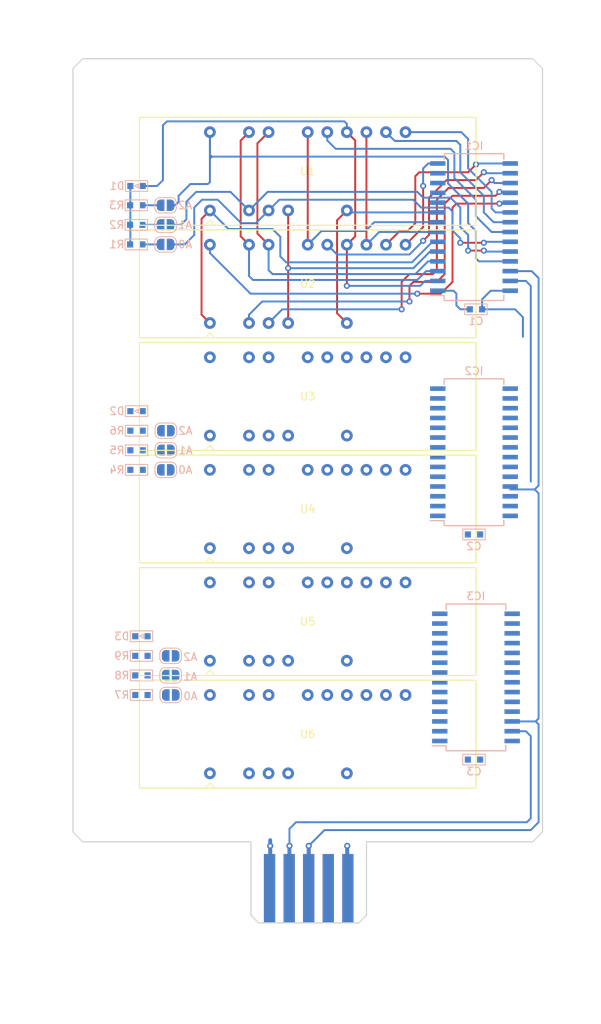
<source format=kicad_pcb>
(kicad_pcb (version 20171130) (host pcbnew "(5.0.2)-1")

  (general
    (thickness 1.6)
    (drawings 17)
    (tracks 296)
    (zones 0)
    (modules 34)
    (nets 90)
  )

  (page A4)
  (layers
    (0 F.Cu signal)
    (31 B.Cu signal)
    (32 B.Adhes user)
    (33 F.Adhes user)
    (34 B.Paste user)
    (35 F.Paste user)
    (36 B.SilkS user)
    (37 F.SilkS user)
    (38 B.Mask user)
    (39 F.Mask user)
    (40 Dwgs.User user)
    (41 Cmts.User user)
    (42 Eco1.User user)
    (43 Eco2.User user)
    (44 Edge.Cuts user)
    (45 Margin user)
    (46 B.CrtYd user)
    (47 F.CrtYd user)
    (48 B.Fab user)
    (49 F.Fab user)
  )

  (setup
    (last_trace_width 0.25)
    (user_trace_width 0.5)
    (user_trace_width 1)
    (trace_clearance 0.2)
    (zone_clearance 0.508)
    (zone_45_only no)
    (trace_min 0.2)
    (segment_width 0.15)
    (edge_width 0.15)
    (via_size 0.8)
    (via_drill 0.4)
    (via_min_size 0.4)
    (via_min_drill 0.3)
    (uvia_size 0.3)
    (uvia_drill 0.1)
    (uvias_allowed no)
    (uvia_min_size 0.2)
    (uvia_min_drill 0.1)
    (pcb_text_width 0.3)
    (pcb_text_size 1.5 1.5)
    (mod_edge_width 0.15)
    (mod_text_size 1 1)
    (mod_text_width 0.15)
    (pad_size 1.524 1.524)
    (pad_drill 0.762)
    (pad_to_mask_clearance 0.051)
    (solder_mask_min_width 0.25)
    (aux_axis_origin 100 50)
    (grid_origin 100 50)
    (visible_elements 7FFFFFFF)
    (pcbplotparams
      (layerselection 0x010fc_ffffffff)
      (usegerberextensions true)
      (usegerberattributes false)
      (usegerberadvancedattributes false)
      (creategerberjobfile false)
      (excludeedgelayer true)
      (linewidth 0.100000)
      (plotframeref false)
      (viasonmask false)
      (mode 1)
      (useauxorigin false)
      (hpglpennumber 1)
      (hpglpenspeed 20)
      (hpglpendiameter 15.000000)
      (psnegative false)
      (psa4output false)
      (plotreference true)
      (plotvalue true)
      (plotinvisibletext false)
      (padsonsilk false)
      (subtractmaskfromsilk false)
      (outputformat 1)
      (mirror false)
      (drillshape 0)
      (scaleselection 1)
      (outputdirectory "Gerber/"))
  )

  (net 0 "")
  (net 1 +5V)
  (net 2 GND)
  (net 3 "Net-(D1-Pad1)")
  (net 4 "Net-(JP1-Pad1)")
  (net 5 "Net-(JP2-Pad1)")
  (net 6 "Net-(JP3-Pad1)")
  (net 7 SCL)
  (net 8 SDA)
  (net 9 "Net-(J1-Pad4)")
  (net 10 "Net-(D2-Pad1)")
  (net 11 "Net-(D3-Pad1)")
  (net 12 "Net-(IC1-Pad10)")
  (net 13 "Net-(IC1-Pad11)")
  (net 14 "Net-(IC1-Pad12)")
  (net 15 "Net-(IC1-Pad13)")
  (net 16 /CA12)
  (net 17 /CA11)
  (net 18 /CA10)
  (net 19 /CA9)
  (net 20 /CA8)
  (net 21 /CA7)
  (net 22 /CA6)
  (net 23 /CA5)
  (net 24 /CA4)
  (net 25 /CA3)
  (net 26 /CA2)
  (net 27 /CA1)
  (net 28 "Net-(IC2-Pad13)")
  (net 29 "Net-(IC2-Pad12)")
  (net 30 "Net-(IC2-Pad11)")
  (net 31 "Net-(IC2-Pad10)")
  (net 32 "Net-(IC3-Pad10)")
  (net 33 "Net-(IC3-Pad11)")
  (net 34 "Net-(IC3-Pad12)")
  (net 35 "Net-(IC3-Pad13)")
  (net 36 "Net-(JP4-Pad1)")
  (net 37 "Net-(JP5-Pad1)")
  (net 38 "Net-(JP6-Pad1)")
  (net 39 "Net-(JP7-Pad1)")
  (net 40 "Net-(JP8-Pad1)")
  (net 41 "Net-(JP9-Pad1)")
  (net 42 /A_1)
  (net 43 /A_2)
  (net 44 /A_3)
  (net 45 /B_1)
  (net 46 /C_1)
  (net 47 /D_1)
  (net 48 /E_1)
  (net 49 /F_1)
  (net 50 /G_1)
  (net 51 /DP_1)
  (net 52 /CA13)
  (net 53 /CA14)
  (net 54 /CA15)
  (net 55 /CA16)
  (net 56 /CA17)
  (net 57 /CA18)
  (net 58 /CA19)
  (net 59 /CA20)
  (net 60 /CA21)
  (net 61 /CA22)
  (net 62 /CA23)
  (net 63 /CA24)
  (net 64 /DP_2)
  (net 65 /G_2)
  (net 66 /F_2)
  (net 67 /E_2)
  (net 68 /D_2)
  (net 69 /C_2)
  (net 70 /B_2)
  (net 71 /B_3)
  (net 72 /C_3)
  (net 73 /D_3)
  (net 74 /E_3)
  (net 75 /F_3)
  (net 76 /G_3)
  (net 77 /DP_3)
  (net 78 /CA36)
  (net 79 /CA35)
  (net 80 /CA34)
  (net 81 /CA33)
  (net 82 /CA32)
  (net 83 /CA31)
  (net 84 /CA30)
  (net 85 /CA29)
  (net 86 /CA28)
  (net 87 /CA27)
  (net 88 /CA26)
  (net 89 /CA25)

  (net_class Default "これはデフォルトのネット クラスです。"
    (clearance 0.2)
    (trace_width 0.25)
    (via_dia 0.8)
    (via_drill 0.4)
    (uvia_dia 0.3)
    (uvia_drill 0.1)
    (add_net +5V)
    (add_net /A_1)
    (add_net /A_2)
    (add_net /A_3)
    (add_net /B_1)
    (add_net /B_2)
    (add_net /B_3)
    (add_net /CA1)
    (add_net /CA10)
    (add_net /CA11)
    (add_net /CA12)
    (add_net /CA13)
    (add_net /CA14)
    (add_net /CA15)
    (add_net /CA16)
    (add_net /CA17)
    (add_net /CA18)
    (add_net /CA19)
    (add_net /CA2)
    (add_net /CA20)
    (add_net /CA21)
    (add_net /CA22)
    (add_net /CA23)
    (add_net /CA24)
    (add_net /CA25)
    (add_net /CA26)
    (add_net /CA27)
    (add_net /CA28)
    (add_net /CA29)
    (add_net /CA3)
    (add_net /CA30)
    (add_net /CA31)
    (add_net /CA32)
    (add_net /CA33)
    (add_net /CA34)
    (add_net /CA35)
    (add_net /CA36)
    (add_net /CA4)
    (add_net /CA5)
    (add_net /CA6)
    (add_net /CA7)
    (add_net /CA8)
    (add_net /CA9)
    (add_net /C_1)
    (add_net /C_2)
    (add_net /C_3)
    (add_net /DP_1)
    (add_net /DP_2)
    (add_net /DP_3)
    (add_net /D_1)
    (add_net /D_2)
    (add_net /D_3)
    (add_net /E_1)
    (add_net /E_2)
    (add_net /E_3)
    (add_net /F_1)
    (add_net /F_2)
    (add_net /F_3)
    (add_net /G_1)
    (add_net /G_2)
    (add_net /G_3)
    (add_net GND)
    (add_net "Net-(D1-Pad1)")
    (add_net "Net-(D2-Pad1)")
    (add_net "Net-(D3-Pad1)")
    (add_net "Net-(IC1-Pad10)")
    (add_net "Net-(IC1-Pad11)")
    (add_net "Net-(IC1-Pad12)")
    (add_net "Net-(IC1-Pad13)")
    (add_net "Net-(IC2-Pad10)")
    (add_net "Net-(IC2-Pad11)")
    (add_net "Net-(IC2-Pad12)")
    (add_net "Net-(IC2-Pad13)")
    (add_net "Net-(IC3-Pad10)")
    (add_net "Net-(IC3-Pad11)")
    (add_net "Net-(IC3-Pad12)")
    (add_net "Net-(IC3-Pad13)")
    (add_net "Net-(J1-Pad4)")
    (add_net "Net-(JP1-Pad1)")
    (add_net "Net-(JP2-Pad1)")
    (add_net "Net-(JP3-Pad1)")
    (add_net "Net-(JP4-Pad1)")
    (add_net "Net-(JP5-Pad1)")
    (add_net "Net-(JP6-Pad1)")
    (add_net "Net-(JP7-Pad1)")
    (add_net "Net-(JP8-Pad1)")
    (add_net "Net-(JP9-Pad1)")
    (add_net SCL)
    (add_net SDA)
  )

  (module extsui:OSL60362_XX (layer F.Cu) (tedit 64FBE3A9) (tstamp 64FBEBD8)
    (at 138.1 41.745)
    (path /64EE7689)
    (fp_text reference U1 (at 0 0) (layer F.SilkS)
      (effects (font (size 1 1) (thickness 0.15)))
    )
    (fp_text value OSL60362_IX (at 0 -9.525) (layer F.Fab)
      (effects (font (size 1 1) (thickness 0.15)))
    )
    (fp_line (start -21.85 7) (end 21.85 7) (layer F.Fab) (width 0.15))
    (fp_line (start -21.85 -7) (end 21.85 -7) (layer F.Fab) (width 0.15))
    (fp_line (start 21.85 -7) (end 21.85 7) (layer F.Fab) (width 0.15))
    (fp_line (start -21.85 -7) (end -21.85 7) (layer F.Fab) (width 0.15))
    (fp_line (start 21.85 -7) (end 21.85 7) (layer F.SilkS) (width 0.15))
    (fp_line (start -21.85 -7) (end 21.85 -7) (layer F.SilkS) (width 0.15))
    (fp_line (start -21.85 7) (end 21.85 7) (layer F.SilkS) (width 0.15))
    (fp_line (start -21.85 -7) (end -21.85 7) (layer F.SilkS) (width 0.15))
    (fp_line (start -1.27 0) (end 1.27 0) (layer F.Fab) (width 0.15))
    (fp_line (start 0 -1.27) (end 0 1.27) (layer F.Fab) (width 0.15))
    (fp_line (start -13.335 6.985) (end -12.7 6.35) (layer F.SilkS) (width 0.15))
    (fp_line (start -12.7 6.35) (end -12.065 6.985) (layer F.SilkS) (width 0.15))
    (pad 1 thru_hole circle (at -12.7 5.08) (size 1.524 1.524) (drill 0.762) (layers *.Cu *.Mask)
      (net 48 /E_1))
    (pad 3 thru_hole circle (at -7.62 5.08) (size 1.524 1.524) (drill 0.762) (layers *.Cu *.Mask)
      (net 26 /CA2))
    (pad 4 thru_hole circle (at -5.08 5.08) (size 1.524 1.524) (drill 0.762) (layers *.Cu *.Mask)
      (net 25 /CA3))
    (pad 5 thru_hole circle (at -2.54 5.08) (size 1.524 1.524) (drill 0.762) (layers *.Cu *.Mask)
      (net 47 /D_1))
    (pad 8 thru_hole circle (at 5.08 5.08) (size 1.524 1.524) (drill 0.762) (layers *.Cu *.Mask)
      (net 51 /DP_1))
    (pad 12 thru_hole circle (at 12.7 -5.08) (size 1.524 1.524) (drill 0.762) (layers *.Cu *.Mask)
      (net 22 /CA6))
    (pad 13 thru_hole circle (at 10.16 -5.08) (size 1.524 1.524) (drill 0.762) (layers *.Cu *.Mask)
      (net 23 /CA5))
    (pad 14 thru_hole circle (at 7.62 -5.08) (size 1.524 1.524) (drill 0.762) (layers *.Cu *.Mask)
      (net 49 /F_1))
    (pad 15 thru_hole circle (at 5.08 -5.08) (size 1.524 1.524) (drill 0.762) (layers *.Cu *.Mask)
      (net 42 /A_1))
    (pad 16 thru_hole circle (at 2.54 -5.08) (size 1.524 1.524) (drill 0.762) (layers *.Cu *.Mask)
      (net 24 /CA4))
    (pad 17 thru_hole circle (at 0 -5.08) (size 1.524 1.524) (drill 0.762) (layers *.Cu *.Mask)
      (net 50 /G_1))
    (pad 19 thru_hole circle (at -5.08 -5.08) (size 1.524 1.524) (drill 0.762) (layers *.Cu *.Mask)
      (net 46 /C_1))
    (pad 20 thru_hole circle (at -7.62 -5.08) (size 1.524 1.524) (drill 0.762) (layers *.Cu *.Mask)
      (net 45 /B_1))
    (pad 22 thru_hole circle (at -12.7 -5.08) (size 1.524 1.524) (drill 0.762) (layers *.Cu *.Mask)
      (net 27 /CA1))
  )

  (module extsui:OSL60362_XX (layer F.Cu) (tedit 64FBE3A9) (tstamp 64FBEBF6)
    (at 138.1 56.35)
    (path /64F0B404)
    (fp_text reference U2 (at 0 0) (layer F.SilkS)
      (effects (font (size 1 1) (thickness 0.15)))
    )
    (fp_text value OSL60362_IX (at 0 -9.525) (layer F.Fab)
      (effects (font (size 1 1) (thickness 0.15)))
    )
    (fp_line (start -12.7 6.35) (end -12.065 6.985) (layer F.SilkS) (width 0.15))
    (fp_line (start -13.335 6.985) (end -12.7 6.35) (layer F.SilkS) (width 0.15))
    (fp_line (start 0 -1.27) (end 0 1.27) (layer F.Fab) (width 0.15))
    (fp_line (start -1.27 0) (end 1.27 0) (layer F.Fab) (width 0.15))
    (fp_line (start -21.85 -7) (end -21.85 7) (layer F.SilkS) (width 0.15))
    (fp_line (start -21.85 7) (end 21.85 7) (layer F.SilkS) (width 0.15))
    (fp_line (start -21.85 -7) (end 21.85 -7) (layer F.SilkS) (width 0.15))
    (fp_line (start 21.85 -7) (end 21.85 7) (layer F.SilkS) (width 0.15))
    (fp_line (start -21.85 -7) (end -21.85 7) (layer F.Fab) (width 0.15))
    (fp_line (start 21.85 -7) (end 21.85 7) (layer F.Fab) (width 0.15))
    (fp_line (start -21.85 -7) (end 21.85 -7) (layer F.Fab) (width 0.15))
    (fp_line (start -21.85 7) (end 21.85 7) (layer F.Fab) (width 0.15))
    (pad 22 thru_hole circle (at -12.7 -5.08) (size 1.524 1.524) (drill 0.762) (layers *.Cu *.Mask)
      (net 21 /CA7))
    (pad 20 thru_hole circle (at -7.62 -5.08) (size 1.524 1.524) (drill 0.762) (layers *.Cu *.Mask)
      (net 45 /B_1))
    (pad 19 thru_hole circle (at -5.08 -5.08) (size 1.524 1.524) (drill 0.762) (layers *.Cu *.Mask)
      (net 46 /C_1))
    (pad 17 thru_hole circle (at 0 -5.08) (size 1.524 1.524) (drill 0.762) (layers *.Cu *.Mask)
      (net 50 /G_1))
    (pad 16 thru_hole circle (at 2.54 -5.08) (size 1.524 1.524) (drill 0.762) (layers *.Cu *.Mask)
      (net 18 /CA10))
    (pad 15 thru_hole circle (at 5.08 -5.08) (size 1.524 1.524) (drill 0.762) (layers *.Cu *.Mask)
      (net 42 /A_1))
    (pad 14 thru_hole circle (at 7.62 -5.08) (size 1.524 1.524) (drill 0.762) (layers *.Cu *.Mask)
      (net 49 /F_1))
    (pad 13 thru_hole circle (at 10.16 -5.08) (size 1.524 1.524) (drill 0.762) (layers *.Cu *.Mask)
      (net 17 /CA11))
    (pad 12 thru_hole circle (at 12.7 -5.08) (size 1.524 1.524) (drill 0.762) (layers *.Cu *.Mask)
      (net 16 /CA12))
    (pad 8 thru_hole circle (at 5.08 5.08) (size 1.524 1.524) (drill 0.762) (layers *.Cu *.Mask)
      (net 51 /DP_1))
    (pad 5 thru_hole circle (at -2.54 5.08) (size 1.524 1.524) (drill 0.762) (layers *.Cu *.Mask)
      (net 47 /D_1))
    (pad 4 thru_hole circle (at -5.08 5.08) (size 1.524 1.524) (drill 0.762) (layers *.Cu *.Mask)
      (net 19 /CA9))
    (pad 3 thru_hole circle (at -7.62 5.08) (size 1.524 1.524) (drill 0.762) (layers *.Cu *.Mask)
      (net 20 /CA8))
    (pad 1 thru_hole circle (at -12.7 5.08) (size 1.524 1.524) (drill 0.762) (layers *.Cu *.Mask)
      (net 48 /E_1))
  )

  (module extsui:EDAC_5P_P2.54mm (layer F.Cu) (tedit 5E0AAB2F) (tstamp 5E0AB051)
    (at 138.229 134.7655)
    (path /5CEBBC43)
    (fp_text reference J1 (at 0 -5) (layer F.SilkS) hide
      (effects (font (size 1 1) (thickness 0.15)))
    )
    (fp_text value Conn_01x05 (at 0 6) (layer F.Fab)
      (effects (font (size 1 1) (thickness 0.15)))
    )
    (fp_line (start -7.47 4.445) (end 7.47 4.445) (layer F.CrtYd) (width 0.15))
    (fp_line (start 7.47 4.445) (end 7.47 -6.045) (layer F.CrtYd) (width 0.15))
    (fp_line (start -7.47 4.445) (end -7.47 -6.045) (layer F.CrtYd) (width 0.15))
    (pad 1 connect rect (at -5.08 0) (size 1.47 8.89) (layers F.Cu F.Mask)
      (net 1 +5V))
    (pad 2 connect rect (at -2.54 0) (size 1.47 8.89) (layers F.Cu F.Mask)
      (net 8 SDA))
    (pad 3 connect rect (at 0 0) (size 1.47 8.89) (layers F.Cu F.Mask)
      (net 7 SCL))
    (pad 4 connect rect (at 2.54 0) (size 1.47 8.89) (layers F.Cu F.Mask)
      (net 9 "Net-(J1-Pad4)"))
    (pad 5 connect rect (at 5.08 0) (size 1.47 8.89) (layers F.Cu F.Mask)
      (net 2 GND))
    (pad 1 connect rect (at -5.08 0) (size 1.47 8.89) (layers B.Cu B.Mask)
      (net 1 +5V))
    (pad 2 connect rect (at -2.54 0) (size 1.47 8.89) (layers B.Cu B.Mask)
      (net 8 SDA))
    (pad 3 connect rect (at 0 0) (size 1.47 8.89) (layers B.Cu B.Mask)
      (net 7 SCL))
    (pad 4 connect rect (at 2.54 0) (size 1.47 8.89) (layers B.Cu B.Mask)
      (net 9 "Net-(J1-Pad4)"))
    (pad 5 connect rect (at 5.08 0) (size 1.47 8.89) (layers B.Cu B.Mask)
      (net 2 GND))
  )

  (module extsui:C_1608_HandSolderingCustom (layer B.Cu) (tedit 59AACAE3) (tstamp 64F89C46)
    (at 159.944 59.652 180)
    (descr "Resistor SMD 0603, hand soldering")
    (tags "resistor 0603")
    (path /5C2DF16B)
    (attr smd)
    (fp_text reference C1 (at 0 -1.524 180) (layer B.SilkS)
      (effects (font (size 1 1) (thickness 0.15)) (justify mirror))
    )
    (fp_text value 0.1u (at 0 -1.55 180) (layer B.Fab)
      (effects (font (size 1 1) (thickness 0.15)) (justify mirror))
    )
    (fp_line (start -1.45 0.7) (end -1.45 -0.7) (layer B.SilkS) (width 0.12))
    (fp_line (start 1.45 0.7) (end 1.45 -0.7) (layer B.SilkS) (width 0.12))
    (fp_text user %R (at 0 0 180) (layer B.Fab)
      (effects (font (size 0.4 0.4) (thickness 0.075)) (justify mirror))
    )
    (fp_line (start -0.8 -0.4) (end -0.8 0.4) (layer B.Fab) (width 0.1))
    (fp_line (start 0.8 -0.4) (end -0.8 -0.4) (layer B.Fab) (width 0.1))
    (fp_line (start 0.8 0.4) (end 0.8 -0.4) (layer B.Fab) (width 0.1))
    (fp_line (start -0.8 0.4) (end 0.8 0.4) (layer B.Fab) (width 0.1))
    (fp_line (start 1.45 -0.7) (end -1.45 -0.7) (layer B.SilkS) (width 0.12))
    (fp_line (start -1.45 0.7) (end 1.45 0.7) (layer B.SilkS) (width 0.12))
    (fp_line (start -1.45 0.7) (end 1.45 0.7) (layer B.CrtYd) (width 0.05))
    (fp_line (start -1.45 0.7) (end -1.45 -0.7) (layer B.CrtYd) (width 0.05))
    (fp_line (start 1.45 -0.7) (end 1.45 0.7) (layer B.CrtYd) (width 0.05))
    (fp_line (start 1.45 -0.7) (end -1.46 -0.7) (layer B.CrtYd) (width 0.05))
    (pad 1 smd rect (at -0.8 0 180) (size 0.8 0.8) (layers B.Cu B.Paste B.Mask)
      (net 1 +5V))
    (pad 2 smd rect (at 0.8 0 180) (size 0.8 0.8) (layers B.Cu B.Paste B.Mask)
      (net 2 GND))
    (model ${KISYS3DMOD}/Resistors_SMD.3dshapes/R_0603.wrl
      (at (xyz 0 0 0))
      (scale (xyz 1 1 1))
      (rotate (xyz 0 0 0))
    )
  )

  (module extsui:C_1608_HandSolderingCustom (layer B.Cu) (tedit 59AACAE3) (tstamp 64FC235A)
    (at 159.69 88.862 180)
    (descr "Resistor SMD 0603, hand soldering")
    (tags "resistor 0603")
    (path /64FA0170)
    (attr smd)
    (fp_text reference C2 (at 0 -1.524 180) (layer B.SilkS)
      (effects (font (size 1 1) (thickness 0.15)) (justify mirror))
    )
    (fp_text value 0.1u (at 0 -1.55 180) (layer B.Fab)
      (effects (font (size 1 1) (thickness 0.15)) (justify mirror))
    )
    (fp_line (start -1.45 0.7) (end -1.45 -0.7) (layer B.SilkS) (width 0.12))
    (fp_line (start 1.45 0.7) (end 1.45 -0.7) (layer B.SilkS) (width 0.12))
    (fp_text user %R (at 0 0 180) (layer B.Fab)
      (effects (font (size 0.4 0.4) (thickness 0.075)) (justify mirror))
    )
    (fp_line (start -0.8 -0.4) (end -0.8 0.4) (layer B.Fab) (width 0.1))
    (fp_line (start 0.8 -0.4) (end -0.8 -0.4) (layer B.Fab) (width 0.1))
    (fp_line (start 0.8 0.4) (end 0.8 -0.4) (layer B.Fab) (width 0.1))
    (fp_line (start -0.8 0.4) (end 0.8 0.4) (layer B.Fab) (width 0.1))
    (fp_line (start 1.45 -0.7) (end -1.45 -0.7) (layer B.SilkS) (width 0.12))
    (fp_line (start -1.45 0.7) (end 1.45 0.7) (layer B.SilkS) (width 0.12))
    (fp_line (start -1.45 0.7) (end 1.45 0.7) (layer B.CrtYd) (width 0.05))
    (fp_line (start -1.45 0.7) (end -1.45 -0.7) (layer B.CrtYd) (width 0.05))
    (fp_line (start 1.45 -0.7) (end 1.45 0.7) (layer B.CrtYd) (width 0.05))
    (fp_line (start 1.45 -0.7) (end -1.46 -0.7) (layer B.CrtYd) (width 0.05))
    (pad 1 smd rect (at -0.8 0 180) (size 0.8 0.8) (layers B.Cu B.Paste B.Mask)
      (net 1 +5V))
    (pad 2 smd rect (at 0.8 0 180) (size 0.8 0.8) (layers B.Cu B.Paste B.Mask)
      (net 2 GND))
    (model ${KISYS3DMOD}/Resistors_SMD.3dshapes/R_0603.wrl
      (at (xyz 0 0 0))
      (scale (xyz 1 1 1))
      (rotate (xyz 0 0 0))
    )
  )

  (module extsui:C_1608_HandSolderingCustom (layer B.Cu) (tedit 59AACAE3) (tstamp 6502716C)
    (at 159.69 118.072 180)
    (descr "Resistor SMD 0603, hand soldering")
    (tags "resistor 0603")
    (path /64FB7B98)
    (attr smd)
    (fp_text reference C3 (at 0 -1.524 180) (layer B.SilkS)
      (effects (font (size 1 1) (thickness 0.15)) (justify mirror))
    )
    (fp_text value 0.1u (at 0 -1.55 180) (layer B.Fab)
      (effects (font (size 1 1) (thickness 0.15)) (justify mirror))
    )
    (fp_line (start 1.45 -0.7) (end -1.46 -0.7) (layer B.CrtYd) (width 0.05))
    (fp_line (start 1.45 -0.7) (end 1.45 0.7) (layer B.CrtYd) (width 0.05))
    (fp_line (start -1.45 0.7) (end -1.45 -0.7) (layer B.CrtYd) (width 0.05))
    (fp_line (start -1.45 0.7) (end 1.45 0.7) (layer B.CrtYd) (width 0.05))
    (fp_line (start -1.45 0.7) (end 1.45 0.7) (layer B.SilkS) (width 0.12))
    (fp_line (start 1.45 -0.7) (end -1.45 -0.7) (layer B.SilkS) (width 0.12))
    (fp_line (start -0.8 0.4) (end 0.8 0.4) (layer B.Fab) (width 0.1))
    (fp_line (start 0.8 0.4) (end 0.8 -0.4) (layer B.Fab) (width 0.1))
    (fp_line (start 0.8 -0.4) (end -0.8 -0.4) (layer B.Fab) (width 0.1))
    (fp_line (start -0.8 -0.4) (end -0.8 0.4) (layer B.Fab) (width 0.1))
    (fp_text user %R (at 0 0 180) (layer B.Fab)
      (effects (font (size 0.4 0.4) (thickness 0.075)) (justify mirror))
    )
    (fp_line (start 1.45 0.7) (end 1.45 -0.7) (layer B.SilkS) (width 0.12))
    (fp_line (start -1.45 0.7) (end -1.45 -0.7) (layer B.SilkS) (width 0.12))
    (pad 2 smd rect (at 0.8 0 180) (size 0.8 0.8) (layers B.Cu B.Paste B.Mask)
      (net 2 GND))
    (pad 1 smd rect (at -0.8 0 180) (size 0.8 0.8) (layers B.Cu B.Paste B.Mask)
      (net 1 +5V))
    (model ${KISYS3DMOD}/Resistors_SMD.3dshapes/R_0603.wrl
      (at (xyz 0 0 0))
      (scale (xyz 1 1 1))
      (rotate (xyz 0 0 0))
    )
  )

  (module extsui:LED_1608_HandSolderingCustom (layer B.Cu) (tedit 5C2EB843) (tstamp 64FBF8D0)
    (at 115.875 43.65)
    (descr "Resistor SMD 0603, hand soldering")
    (tags "resistor 0603")
    (path /5C2E2B2F)
    (attr smd)
    (fp_text reference D1 (at -2.54 0) (layer B.SilkS)
      (effects (font (size 1 1) (thickness 0.15)) (justify mirror))
    )
    (fp_text value D (at 0 -1.55) (layer B.Fab)
      (effects (font (size 1 1) (thickness 0.15)) (justify mirror))
    )
    (fp_line (start -1.45 0.7) (end -1.45 -0.7) (layer B.SilkS) (width 0.12))
    (fp_line (start 1.45 0.7) (end 1.45 -0.7) (layer B.SilkS) (width 0.12))
    (fp_text user %R (at 0 0) (layer B.Fab)
      (effects (font (size 0.4 0.4) (thickness 0.075)) (justify mirror))
    )
    (fp_line (start -0.8 -0.4) (end -0.8 0.4) (layer B.Fab) (width 0.1))
    (fp_line (start 0.8 -0.4) (end -0.8 -0.4) (layer B.Fab) (width 0.1))
    (fp_line (start 0.8 0.4) (end 0.8 -0.4) (layer B.Fab) (width 0.1))
    (fp_line (start -0.8 0.4) (end 0.8 0.4) (layer B.Fab) (width 0.1))
    (fp_line (start 1.45 -0.7) (end -1.45 -0.7) (layer B.SilkS) (width 0.12))
    (fp_line (start -1.45 0.7) (end 1.45 0.7) (layer B.SilkS) (width 0.12))
    (fp_line (start -1.45 0.7) (end 1.45 0.7) (layer B.CrtYd) (width 0.05))
    (fp_line (start -1.45 0.7) (end -1.45 -0.7) (layer B.CrtYd) (width 0.05))
    (fp_line (start 1.45 -0.7) (end 1.45 0.7) (layer B.CrtYd) (width 0.05))
    (fp_line (start 1.45 -0.7) (end -1.46 -0.7) (layer B.CrtYd) (width 0.05))
    (fp_line (start 0.25 0.25) (end 0.25 -0.25) (layer B.SilkS) (width 0.15))
    (fp_line (start -0.25 0) (end 0.25 0.25) (layer B.SilkS) (width 0.15))
    (fp_line (start -0.25 0) (end 0.25 -0.25) (layer B.SilkS) (width 0.15))
    (pad 1 smd rect (at -0.8 0) (size 0.8 0.8) (layers B.Cu B.Paste B.Mask)
      (net 3 "Net-(D1-Pad1)"))
    (pad 2 smd rect (at 0.8 0) (size 0.8 0.8) (layers B.Cu B.Paste B.Mask)
      (net 42 /A_1))
    (model ${KISYS3DMOD}/Resistors_SMD.3dshapes/R_0603.wrl
      (at (xyz 0 0 0))
      (scale (xyz 1 1 1))
      (rotate (xyz 0 0 0))
    )
  )

  (module extsui:LED_1608_HandSolderingCustom (layer B.Cu) (tedit 5C2EB843) (tstamp 65027198)
    (at 115.875 72.86)
    (descr "Resistor SMD 0603, hand soldering")
    (tags "resistor 0603")
    (path /64FA0177)
    (attr smd)
    (fp_text reference D2 (at -2.54 0) (layer B.SilkS)
      (effects (font (size 1 1) (thickness 0.15)) (justify mirror))
    )
    (fp_text value D (at 0 -1.55) (layer B.Fab)
      (effects (font (size 1 1) (thickness 0.15)) (justify mirror))
    )
    (fp_line (start -1.45 0.7) (end -1.45 -0.7) (layer B.SilkS) (width 0.12))
    (fp_line (start 1.45 0.7) (end 1.45 -0.7) (layer B.SilkS) (width 0.12))
    (fp_text user %R (at 0 0) (layer B.Fab)
      (effects (font (size 0.4 0.4) (thickness 0.075)) (justify mirror))
    )
    (fp_line (start -0.8 -0.4) (end -0.8 0.4) (layer B.Fab) (width 0.1))
    (fp_line (start 0.8 -0.4) (end -0.8 -0.4) (layer B.Fab) (width 0.1))
    (fp_line (start 0.8 0.4) (end 0.8 -0.4) (layer B.Fab) (width 0.1))
    (fp_line (start -0.8 0.4) (end 0.8 0.4) (layer B.Fab) (width 0.1))
    (fp_line (start 1.45 -0.7) (end -1.45 -0.7) (layer B.SilkS) (width 0.12))
    (fp_line (start -1.45 0.7) (end 1.45 0.7) (layer B.SilkS) (width 0.12))
    (fp_line (start -1.45 0.7) (end 1.45 0.7) (layer B.CrtYd) (width 0.05))
    (fp_line (start -1.45 0.7) (end -1.45 -0.7) (layer B.CrtYd) (width 0.05))
    (fp_line (start 1.45 -0.7) (end 1.45 0.7) (layer B.CrtYd) (width 0.05))
    (fp_line (start 1.45 -0.7) (end -1.46 -0.7) (layer B.CrtYd) (width 0.05))
    (fp_line (start 0.25 0.25) (end 0.25 -0.25) (layer B.SilkS) (width 0.15))
    (fp_line (start -0.25 0) (end 0.25 0.25) (layer B.SilkS) (width 0.15))
    (fp_line (start -0.25 0) (end 0.25 -0.25) (layer B.SilkS) (width 0.15))
    (pad 1 smd rect (at -0.8 0) (size 0.8 0.8) (layers B.Cu B.Paste B.Mask)
      (net 10 "Net-(D2-Pad1)"))
    (pad 2 smd rect (at 0.8 0) (size 0.8 0.8) (layers B.Cu B.Paste B.Mask)
      (net 43 /A_2))
    (model ${KISYS3DMOD}/Resistors_SMD.3dshapes/R_0603.wrl
      (at (xyz 0 0 0))
      (scale (xyz 1 1 1))
      (rotate (xyz 0 0 0))
    )
  )

  (module extsui:LED_1608_HandSolderingCustom (layer B.Cu) (tedit 5C2EB843) (tstamp 650271AE)
    (at 116.51 102.07)
    (descr "Resistor SMD 0603, hand soldering")
    (tags "resistor 0603")
    (path /64FB7B9F)
    (attr smd)
    (fp_text reference D3 (at -2.54 0) (layer B.SilkS)
      (effects (font (size 1 1) (thickness 0.15)) (justify mirror))
    )
    (fp_text value D (at 0 -1.55) (layer B.Fab)
      (effects (font (size 1 1) (thickness 0.15)) (justify mirror))
    )
    (fp_line (start -1.45 0.7) (end -1.45 -0.7) (layer B.SilkS) (width 0.12))
    (fp_line (start 1.45 0.7) (end 1.45 -0.7) (layer B.SilkS) (width 0.12))
    (fp_text user %R (at 0 0) (layer B.Fab)
      (effects (font (size 0.4 0.4) (thickness 0.075)) (justify mirror))
    )
    (fp_line (start -0.8 -0.4) (end -0.8 0.4) (layer B.Fab) (width 0.1))
    (fp_line (start 0.8 -0.4) (end -0.8 -0.4) (layer B.Fab) (width 0.1))
    (fp_line (start 0.8 0.4) (end 0.8 -0.4) (layer B.Fab) (width 0.1))
    (fp_line (start -0.8 0.4) (end 0.8 0.4) (layer B.Fab) (width 0.1))
    (fp_line (start 1.45 -0.7) (end -1.45 -0.7) (layer B.SilkS) (width 0.12))
    (fp_line (start -1.45 0.7) (end 1.45 0.7) (layer B.SilkS) (width 0.12))
    (fp_line (start -1.45 0.7) (end 1.45 0.7) (layer B.CrtYd) (width 0.05))
    (fp_line (start -1.45 0.7) (end -1.45 -0.7) (layer B.CrtYd) (width 0.05))
    (fp_line (start 1.45 -0.7) (end 1.45 0.7) (layer B.CrtYd) (width 0.05))
    (fp_line (start 1.45 -0.7) (end -1.46 -0.7) (layer B.CrtYd) (width 0.05))
    (fp_line (start 0.25 0.25) (end 0.25 -0.25) (layer B.SilkS) (width 0.15))
    (fp_line (start -0.25 0) (end 0.25 0.25) (layer B.SilkS) (width 0.15))
    (fp_line (start -0.25 0) (end 0.25 -0.25) (layer B.SilkS) (width 0.15))
    (pad 1 smd rect (at -0.8 0) (size 0.8 0.8) (layers B.Cu B.Paste B.Mask)
      (net 11 "Net-(D3-Pad1)"))
    (pad 2 smd rect (at 0.8 0) (size 0.8 0.8) (layers B.Cu B.Paste B.Mask)
      (net 44 /A_3))
    (model ${KISYS3DMOD}/Resistors_SMD.3dshapes/R_0603.wrl
      (at (xyz 0 0 0))
      (scale (xyz 1 1 1))
      (rotate (xyz 0 0 0))
    )
  )

  (module Package_SO:SOIC-28W_7.5x18.7mm_P1.27mm (layer B.Cu) (tedit 64FC1A1F) (tstamp 64FC1C52)
    (at 159.69 48.984)
    (descr "28-Lead Plastic Small Outline (SO) - Wide, 7.50 mm X 18.7 mm Body [SOIC] (https://www.akm.com/akm/en/file/datasheet/AK5394AVS.pdf)")
    (tags "SOIC 1.27")
    (path /5C2B207A)
    (attr smd)
    (fp_text reference IC1 (at 0 -10.541) (layer B.SilkS)
      (effects (font (size 1 1) (thickness 0.15)) (justify mirror))
    )
    (fp_text value HT16K33-28SOP (at 0 -10.45) (layer B.Fab)
      (effects (font (size 1 1) (thickness 0.15)) (justify mirror))
    )
    (fp_text user %R (at 0 0) (layer B.Fab)
      (effects (font (size 1 1) (thickness 0.15)) (justify mirror))
    )
    (fp_line (start -2.75 9.35) (end 3.75 9.35) (layer B.Fab) (width 0.15))
    (fp_line (start 3.75 9.35) (end 3.75 -9.35) (layer B.Fab) (width 0.15))
    (fp_line (start 3.75 -9.35) (end -3.75 -9.35) (layer B.Fab) (width 0.15))
    (fp_line (start -3.75 -9.35) (end -3.75 8.35) (layer B.Fab) (width 0.15))
    (fp_line (start -3.75 8.35) (end -2.75 9.35) (layer B.Fab) (width 0.15))
    (fp_line (start -5.95 9.7) (end -5.95 -9.7) (layer B.CrtYd) (width 0.05))
    (fp_line (start 5.95 9.7) (end 5.95 -9.7) (layer B.CrtYd) (width 0.05))
    (fp_line (start -5.95 9.7) (end 5.95 9.7) (layer B.CrtYd) (width 0.05))
    (fp_line (start -5.95 -9.7) (end 5.95 -9.7) (layer B.CrtYd) (width 0.05))
    (fp_line (start -3.875 9.525) (end -3.875 8.875) (layer B.SilkS) (width 0.15))
    (fp_line (start 3.875 9.525) (end 3.875 8.78) (layer B.SilkS) (width 0.15))
    (fp_line (start 3.875 -9.525) (end 3.875 -8.78) (layer B.SilkS) (width 0.15))
    (fp_line (start -3.875 -9.525) (end -3.875 -8.78) (layer B.SilkS) (width 0.15))
    (fp_line (start -3.875 9.525) (end 3.875 9.525) (layer B.SilkS) (width 0.15))
    (fp_line (start -3.875 -9.525) (end 3.875 -9.525) (layer B.SilkS) (width 0.15))
    (fp_line (start -3.875 8.875) (end -5.7 8.875) (layer B.SilkS) (width 0.15))
    (pad 1 smd rect (at -4.7 8.255) (size 2 0.6) (layers B.Cu B.Paste B.Mask)
      (net 2 GND))
    (pad 2 smd rect (at -4.7 6.985) (size 2 0.6) (layers B.Cu B.Paste B.Mask)
      (net 42 /A_1))
    (pad 3 smd rect (at -4.7 5.715) (size 2 0.6) (layers B.Cu B.Paste B.Mask)
      (net 45 /B_1))
    (pad 4 smd rect (at -4.7 4.445) (size 2 0.6) (layers B.Cu B.Paste B.Mask)
      (net 46 /C_1))
    (pad 5 smd rect (at -4.7 3.175) (size 2 0.6) (layers B.Cu B.Paste B.Mask)
      (net 47 /D_1))
    (pad 6 smd rect (at -4.7 1.905) (size 2 0.6) (layers B.Cu B.Paste B.Mask)
      (net 48 /E_1))
    (pad 7 smd rect (at -4.7 0.635) (size 2 0.6) (layers B.Cu B.Paste B.Mask)
      (net 49 /F_1))
    (pad 8 smd rect (at -4.7 -0.635) (size 2 0.6) (layers B.Cu B.Paste B.Mask)
      (net 50 /G_1))
    (pad 9 smd rect (at -4.7 -1.905) (size 2 0.6) (layers B.Cu B.Paste B.Mask)
      (net 51 /DP_1))
    (pad 10 smd rect (at -4.7 -3.175) (size 2 0.6) (layers B.Cu B.Paste B.Mask)
      (net 12 "Net-(IC1-Pad10)"))
    (pad 11 smd rect (at -4.7 -4.445) (size 2 0.6) (layers B.Cu B.Paste B.Mask)
      (net 13 "Net-(IC1-Pad11)"))
    (pad 12 smd rect (at -4.7 -5.715) (size 2 0.6) (layers B.Cu B.Paste B.Mask)
      (net 14 "Net-(IC1-Pad12)"))
    (pad 13 smd rect (at -4.7 -6.985) (size 2 0.6) (layers B.Cu B.Paste B.Mask)
      (net 15 "Net-(IC1-Pad13)"))
    (pad 14 smd rect (at -4.7 -8.255) (size 2 0.6) (layers B.Cu B.Paste B.Mask)
      (net 16 /CA12))
    (pad 15 smd rect (at 4.7 -8.255) (size 2 0.6) (layers B.Cu B.Paste B.Mask)
      (net 17 /CA11))
    (pad 16 smd rect (at 4.7 -6.985) (size 2 0.6) (layers B.Cu B.Paste B.Mask)
      (net 18 /CA10))
    (pad 17 smd rect (at 4.7 -5.715) (size 2 0.6) (layers B.Cu B.Paste B.Mask)
      (net 19 /CA9))
    (pad 18 smd rect (at 4.7 -4.445) (size 2 0.6) (layers B.Cu B.Paste B.Mask)
      (net 20 /CA8))
    (pad 19 smd rect (at 4.7 -3.175) (size 2 0.6) (layers B.Cu B.Paste B.Mask)
      (net 21 /CA7))
    (pad 20 smd rect (at 4.7 -1.905) (size 2 0.6) (layers B.Cu B.Paste B.Mask)
      (net 22 /CA6))
    (pad 21 smd rect (at 4.7 -0.635) (size 2 0.6) (layers B.Cu B.Paste B.Mask)
      (net 23 /CA5))
    (pad 22 smd rect (at 4.7 0.635) (size 2 0.6) (layers B.Cu B.Paste B.Mask)
      (net 24 /CA4))
    (pad 23 smd rect (at 4.7 1.905) (size 2 0.6) (layers B.Cu B.Paste B.Mask)
      (net 25 /CA3))
    (pad 24 smd rect (at 4.7 3.175) (size 2 0.6) (layers B.Cu B.Paste B.Mask)
      (net 26 /CA2))
    (pad 25 smd rect (at 4.7 4.445) (size 2 0.6) (layers B.Cu B.Paste B.Mask)
      (net 27 /CA1))
    (pad 26 smd rect (at 4.7 5.715) (size 2 0.6) (layers B.Cu B.Paste B.Mask)
      (net 7 SCL))
    (pad 27 smd rect (at 4.7 6.985) (size 2 0.6) (layers B.Cu B.Paste B.Mask)
      (net 8 SDA))
    (pad 28 smd rect (at 4.7 8.255) (size 2 0.6) (layers B.Cu B.Paste B.Mask)
      (net 1 +5V))
    (model ${KISYS3DMOD}/Package_SO.3dshapes/SOIC-28W_7.5x18.7mm_P1.27mm.wrl
      (at (xyz 0 0 0))
      (scale (xyz 1 1 1))
      (rotate (xyz 0 0 0))
    )
  )

  (module Package_SO:SOIC-28W_7.5x18.7mm_P1.27mm (layer B.Cu) (tedit 5A02F2D3) (tstamp 64FC2093)
    (at 159.69 78.194)
    (descr "28-Lead Plastic Small Outline (SO) - Wide, 7.50 mm X 18.7 mm Body [SOIC] (https://www.akm.com/akm/en/file/datasheet/AK5394AVS.pdf)")
    (tags "SOIC 1.27")
    (path /64FA023F)
    (attr smd)
    (fp_text reference IC2 (at 0 -10.541) (layer B.SilkS)
      (effects (font (size 1 1) (thickness 0.15)) (justify mirror))
    )
    (fp_text value HT16K33-28SOP (at 0 -10.45) (layer B.Fab)
      (effects (font (size 1 1) (thickness 0.15)) (justify mirror))
    )
    (fp_line (start -3.875 8.875) (end -5.7 8.875) (layer B.SilkS) (width 0.15))
    (fp_line (start -3.875 -9.525) (end 3.875 -9.525) (layer B.SilkS) (width 0.15))
    (fp_line (start -3.875 9.525) (end 3.875 9.525) (layer B.SilkS) (width 0.15))
    (fp_line (start -3.875 -9.525) (end -3.875 -8.78) (layer B.SilkS) (width 0.15))
    (fp_line (start 3.875 -9.525) (end 3.875 -8.78) (layer B.SilkS) (width 0.15))
    (fp_line (start 3.875 9.525) (end 3.875 8.78) (layer B.SilkS) (width 0.15))
    (fp_line (start -3.875 9.525) (end -3.875 8.875) (layer B.SilkS) (width 0.15))
    (fp_line (start -5.95 -9.7) (end 5.95 -9.7) (layer B.CrtYd) (width 0.05))
    (fp_line (start -5.95 9.7) (end 5.95 9.7) (layer B.CrtYd) (width 0.05))
    (fp_line (start 5.95 9.7) (end 5.95 -9.7) (layer B.CrtYd) (width 0.05))
    (fp_line (start -5.95 9.7) (end -5.95 -9.7) (layer B.CrtYd) (width 0.05))
    (fp_line (start -3.75 8.35) (end -2.75 9.35) (layer B.Fab) (width 0.15))
    (fp_line (start -3.75 -9.35) (end -3.75 8.35) (layer B.Fab) (width 0.15))
    (fp_line (start 3.75 -9.35) (end -3.75 -9.35) (layer B.Fab) (width 0.15))
    (fp_line (start 3.75 9.35) (end 3.75 -9.35) (layer B.Fab) (width 0.15))
    (fp_line (start -2.75 9.35) (end 3.75 9.35) (layer B.Fab) (width 0.15))
    (fp_text user %R (at 0 0) (layer B.Fab)
      (effects (font (size 1 1) (thickness 0.15)) (justify mirror))
    )
    (pad 28 smd rect (at 4.7 8.255) (size 2 0.6) (layers B.Cu B.Paste B.Mask)
      (net 1 +5V))
    (pad 27 smd rect (at 4.7 6.985) (size 2 0.6) (layers B.Cu B.Paste B.Mask)
      (net 8 SDA))
    (pad 26 smd rect (at 4.7 5.715) (size 2 0.6) (layers B.Cu B.Paste B.Mask)
      (net 7 SCL))
    (pad 25 smd rect (at 4.7 4.445) (size 2 0.6) (layers B.Cu B.Paste B.Mask)
      (net 52 /CA13))
    (pad 24 smd rect (at 4.7 3.175) (size 2 0.6) (layers B.Cu B.Paste B.Mask)
      (net 53 /CA14))
    (pad 23 smd rect (at 4.7 1.905) (size 2 0.6) (layers B.Cu B.Paste B.Mask)
      (net 54 /CA15))
    (pad 22 smd rect (at 4.7 0.635) (size 2 0.6) (layers B.Cu B.Paste B.Mask)
      (net 55 /CA16))
    (pad 21 smd rect (at 4.7 -0.635) (size 2 0.6) (layers B.Cu B.Paste B.Mask)
      (net 56 /CA17))
    (pad 20 smd rect (at 4.7 -1.905) (size 2 0.6) (layers B.Cu B.Paste B.Mask)
      (net 57 /CA18))
    (pad 19 smd rect (at 4.7 -3.175) (size 2 0.6) (layers B.Cu B.Paste B.Mask)
      (net 58 /CA19))
    (pad 18 smd rect (at 4.7 -4.445) (size 2 0.6) (layers B.Cu B.Paste B.Mask)
      (net 59 /CA20))
    (pad 17 smd rect (at 4.7 -5.715) (size 2 0.6) (layers B.Cu B.Paste B.Mask)
      (net 60 /CA21))
    (pad 16 smd rect (at 4.7 -6.985) (size 2 0.6) (layers B.Cu B.Paste B.Mask)
      (net 61 /CA22))
    (pad 15 smd rect (at 4.7 -8.255) (size 2 0.6) (layers B.Cu B.Paste B.Mask)
      (net 62 /CA23))
    (pad 14 smd rect (at -4.7 -8.255) (size 2 0.6) (layers B.Cu B.Paste B.Mask)
      (net 63 /CA24))
    (pad 13 smd rect (at -4.7 -6.985) (size 2 0.6) (layers B.Cu B.Paste B.Mask)
      (net 28 "Net-(IC2-Pad13)"))
    (pad 12 smd rect (at -4.7 -5.715) (size 2 0.6) (layers B.Cu B.Paste B.Mask)
      (net 29 "Net-(IC2-Pad12)"))
    (pad 11 smd rect (at -4.7 -4.445) (size 2 0.6) (layers B.Cu B.Paste B.Mask)
      (net 30 "Net-(IC2-Pad11)"))
    (pad 10 smd rect (at -4.7 -3.175) (size 2 0.6) (layers B.Cu B.Paste B.Mask)
      (net 31 "Net-(IC2-Pad10)"))
    (pad 9 smd rect (at -4.7 -1.905) (size 2 0.6) (layers B.Cu B.Paste B.Mask)
      (net 64 /DP_2))
    (pad 8 smd rect (at -4.7 -0.635) (size 2 0.6) (layers B.Cu B.Paste B.Mask)
      (net 65 /G_2))
    (pad 7 smd rect (at -4.7 0.635) (size 2 0.6) (layers B.Cu B.Paste B.Mask)
      (net 66 /F_2))
    (pad 6 smd rect (at -4.7 1.905) (size 2 0.6) (layers B.Cu B.Paste B.Mask)
      (net 67 /E_2))
    (pad 5 smd rect (at -4.7 3.175) (size 2 0.6) (layers B.Cu B.Paste B.Mask)
      (net 68 /D_2))
    (pad 4 smd rect (at -4.7 4.445) (size 2 0.6) (layers B.Cu B.Paste B.Mask)
      (net 69 /C_2))
    (pad 3 smd rect (at -4.7 5.715) (size 2 0.6) (layers B.Cu B.Paste B.Mask)
      (net 70 /B_2))
    (pad 2 smd rect (at -4.7 6.985) (size 2 0.6) (layers B.Cu B.Paste B.Mask)
      (net 43 /A_2))
    (pad 1 smd rect (at -4.7 8.255) (size 2 0.6) (layers B.Cu B.Paste B.Mask)
      (net 2 GND))
    (model ${KISYS3DMOD}/Package_SO.3dshapes/SOIC-28W_7.5x18.7mm_P1.27mm.wrl
      (at (xyz 0 0 0))
      (scale (xyz 1 1 1))
      (rotate (xyz 0 0 0))
    )
  )

  (module Package_SO:SOIC-28W_7.5x18.7mm_P1.27mm (layer B.Cu) (tedit 5A02F2D3) (tstamp 64F894E8)
    (at 159.944 107.404)
    (descr "28-Lead Plastic Small Outline (SO) - Wide, 7.50 mm X 18.7 mm Body [SOIC] (https://www.akm.com/akm/en/file/datasheet/AK5394AVS.pdf)")
    (tags "SOIC 1.27")
    (path /64FB7C67)
    (attr smd)
    (fp_text reference IC3 (at -0.001 -10.541) (layer B.SilkS)
      (effects (font (size 1 1) (thickness 0.15)) (justify mirror))
    )
    (fp_text value HT16K33-28SOP (at 0 -10.45) (layer B.Fab)
      (effects (font (size 1 1) (thickness 0.15)) (justify mirror))
    )
    (fp_text user %R (at 0 0) (layer B.Fab)
      (effects (font (size 1 1) (thickness 0.15)) (justify mirror))
    )
    (fp_line (start -2.75 9.35) (end 3.75 9.35) (layer B.Fab) (width 0.15))
    (fp_line (start 3.75 9.35) (end 3.75 -9.35) (layer B.Fab) (width 0.15))
    (fp_line (start 3.75 -9.35) (end -3.75 -9.35) (layer B.Fab) (width 0.15))
    (fp_line (start -3.75 -9.35) (end -3.75 8.35) (layer B.Fab) (width 0.15))
    (fp_line (start -3.75 8.35) (end -2.75 9.35) (layer B.Fab) (width 0.15))
    (fp_line (start -5.95 9.7) (end -5.95 -9.7) (layer B.CrtYd) (width 0.05))
    (fp_line (start 5.95 9.7) (end 5.95 -9.7) (layer B.CrtYd) (width 0.05))
    (fp_line (start -5.95 9.7) (end 5.95 9.7) (layer B.CrtYd) (width 0.05))
    (fp_line (start -5.95 -9.7) (end 5.95 -9.7) (layer B.CrtYd) (width 0.05))
    (fp_line (start -3.875 9.525) (end -3.875 8.875) (layer B.SilkS) (width 0.15))
    (fp_line (start 3.875 9.525) (end 3.875 8.78) (layer B.SilkS) (width 0.15))
    (fp_line (start 3.875 -9.525) (end 3.875 -8.78) (layer B.SilkS) (width 0.15))
    (fp_line (start -3.875 -9.525) (end -3.875 -8.78) (layer B.SilkS) (width 0.15))
    (fp_line (start -3.875 9.525) (end 3.875 9.525) (layer B.SilkS) (width 0.15))
    (fp_line (start -3.875 -9.525) (end 3.875 -9.525) (layer B.SilkS) (width 0.15))
    (fp_line (start -3.875 8.875) (end -5.7 8.875) (layer B.SilkS) (width 0.15))
    (pad 1 smd rect (at -4.7 8.255) (size 2 0.6) (layers B.Cu B.Paste B.Mask)
      (net 2 GND))
    (pad 2 smd rect (at -4.7 6.985) (size 2 0.6) (layers B.Cu B.Paste B.Mask)
      (net 44 /A_3))
    (pad 3 smd rect (at -4.7 5.715) (size 2 0.6) (layers B.Cu B.Paste B.Mask)
      (net 71 /B_3))
    (pad 4 smd rect (at -4.7 4.445) (size 2 0.6) (layers B.Cu B.Paste B.Mask)
      (net 72 /C_3))
    (pad 5 smd rect (at -4.7 3.175) (size 2 0.6) (layers B.Cu B.Paste B.Mask)
      (net 73 /D_3))
    (pad 6 smd rect (at -4.7 1.905) (size 2 0.6) (layers B.Cu B.Paste B.Mask)
      (net 74 /E_3))
    (pad 7 smd rect (at -4.7 0.635) (size 2 0.6) (layers B.Cu B.Paste B.Mask)
      (net 75 /F_3))
    (pad 8 smd rect (at -4.7 -0.635) (size 2 0.6) (layers B.Cu B.Paste B.Mask)
      (net 76 /G_3))
    (pad 9 smd rect (at -4.7 -1.905) (size 2 0.6) (layers B.Cu B.Paste B.Mask)
      (net 77 /DP_3))
    (pad 10 smd rect (at -4.7 -3.175) (size 2 0.6) (layers B.Cu B.Paste B.Mask)
      (net 32 "Net-(IC3-Pad10)"))
    (pad 11 smd rect (at -4.7 -4.445) (size 2 0.6) (layers B.Cu B.Paste B.Mask)
      (net 33 "Net-(IC3-Pad11)"))
    (pad 12 smd rect (at -4.7 -5.715) (size 2 0.6) (layers B.Cu B.Paste B.Mask)
      (net 34 "Net-(IC3-Pad12)"))
    (pad 13 smd rect (at -4.7 -6.985) (size 2 0.6) (layers B.Cu B.Paste B.Mask)
      (net 35 "Net-(IC3-Pad13)"))
    (pad 14 smd rect (at -4.7 -8.255) (size 2 0.6) (layers B.Cu B.Paste B.Mask)
      (net 78 /CA36))
    (pad 15 smd rect (at 4.7 -8.255) (size 2 0.6) (layers B.Cu B.Paste B.Mask)
      (net 79 /CA35))
    (pad 16 smd rect (at 4.7 -6.985) (size 2 0.6) (layers B.Cu B.Paste B.Mask)
      (net 80 /CA34))
    (pad 17 smd rect (at 4.7 -5.715) (size 2 0.6) (layers B.Cu B.Paste B.Mask)
      (net 81 /CA33))
    (pad 18 smd rect (at 4.7 -4.445) (size 2 0.6) (layers B.Cu B.Paste B.Mask)
      (net 82 /CA32))
    (pad 19 smd rect (at 4.7 -3.175) (size 2 0.6) (layers B.Cu B.Paste B.Mask)
      (net 83 /CA31))
    (pad 20 smd rect (at 4.7 -1.905) (size 2 0.6) (layers B.Cu B.Paste B.Mask)
      (net 84 /CA30))
    (pad 21 smd rect (at 4.7 -0.635) (size 2 0.6) (layers B.Cu B.Paste B.Mask)
      (net 85 /CA29))
    (pad 22 smd rect (at 4.7 0.635) (size 2 0.6) (layers B.Cu B.Paste B.Mask)
      (net 86 /CA28))
    (pad 23 smd rect (at 4.7 1.905) (size 2 0.6) (layers B.Cu B.Paste B.Mask)
      (net 87 /CA27))
    (pad 24 smd rect (at 4.7 3.175) (size 2 0.6) (layers B.Cu B.Paste B.Mask)
      (net 88 /CA26))
    (pad 25 smd rect (at 4.7 4.445) (size 2 0.6) (layers B.Cu B.Paste B.Mask)
      (net 89 /CA25))
    (pad 26 smd rect (at 4.7 5.715) (size 2 0.6) (layers B.Cu B.Paste B.Mask)
      (net 7 SCL))
    (pad 27 smd rect (at 4.7 6.985) (size 2 0.6) (layers B.Cu B.Paste B.Mask)
      (net 8 SDA))
    (pad 28 smd rect (at 4.7 8.255) (size 2 0.6) (layers B.Cu B.Paste B.Mask)
      (net 1 +5V))
    (model ${KISYS3DMOD}/Package_SO.3dshapes/SOIC-28W_7.5x18.7mm_P1.27mm.wrl
      (at (xyz 0 0 0))
      (scale (xyz 1 1 1))
      (rotate (xyz 0 0 0))
    )
  )

  (module Jumper:SolderJumper-2_P1.3mm_Open_RoundedPad1.0x1.5mm (layer B.Cu) (tedit 64FBD48E) (tstamp 64FC6443)
    (at 119.64633 51.231386)
    (descr "SMD Solder Jumper, 1x1.5mm, rounded Pads, 0.3mm gap, open")
    (tags "solder jumper open")
    (path /5C2CB568)
    (attr virtual)
    (fp_text reference JP1 (at 0 1.8) (layer B.SilkS) hide
      (effects (font (size 1 1) (thickness 0.15)) (justify mirror))
    )
    (fp_text value A0 (at 2.54 0) (layer B.SilkS)
      (effects (font (size 1 1) (thickness 0.15)) (justify mirror))
    )
    (fp_arc (start 0.7 0.3) (end 1.4 0.3) (angle 90) (layer B.SilkS) (width 0.12))
    (fp_arc (start 0.7 -0.3) (end 0.7 -1) (angle 90) (layer B.SilkS) (width 0.12))
    (fp_arc (start -0.7 -0.3) (end -1.4 -0.3) (angle 90) (layer B.SilkS) (width 0.12))
    (fp_arc (start -0.7 0.3) (end -0.7 1) (angle 90) (layer B.SilkS) (width 0.12))
    (fp_line (start -1.4 -0.3) (end -1.4 0.3) (layer B.SilkS) (width 0.12))
    (fp_line (start 0.7 -1) (end -0.7 -1) (layer B.SilkS) (width 0.12))
    (fp_line (start 1.4 0.3) (end 1.4 -0.3) (layer B.SilkS) (width 0.12))
    (fp_line (start -0.7 1) (end 0.7 1) (layer B.SilkS) (width 0.12))
    (fp_line (start -1.65 1.25) (end 1.65 1.25) (layer B.CrtYd) (width 0.05))
    (fp_line (start -1.65 1.25) (end -1.65 -1.25) (layer B.CrtYd) (width 0.05))
    (fp_line (start 1.65 -1.25) (end 1.65 1.25) (layer B.CrtYd) (width 0.05))
    (fp_line (start 1.65 -1.25) (end -1.65 -1.25) (layer B.CrtYd) (width 0.05))
    (pad 1 smd custom (at -0.65 0) (size 1 0.5) (layers B.Cu B.Mask)
      (net 4 "Net-(JP1-Pad1)") (zone_connect 0)
      (options (clearance outline) (anchor rect))
      (primitives
        (gr_circle (center 0 -0.25) (end 0.5 -0.25) (width 0))
        (gr_circle (center 0 0.25) (end 0.5 0.25) (width 0))
        (gr_poly (pts
           (xy 0 0.75) (xy 0.5 0.75) (xy 0.5 -0.75) (xy 0 -0.75)) (width 0))
      ))
    (pad 2 smd custom (at 0.65 0) (size 1 0.5) (layers B.Cu B.Mask)
      (net 25 /CA3) (zone_connect 0)
      (options (clearance outline) (anchor rect))
      (primitives
        (gr_circle (center 0 -0.25) (end 0.5 -0.25) (width 0))
        (gr_circle (center 0 0.25) (end 0.5 0.25) (width 0))
        (gr_poly (pts
           (xy 0 0.75) (xy -0.5 0.75) (xy -0.5 -0.75) (xy 0 -0.75)) (width 0))
      ))
  )

  (module Jumper:SolderJumper-2_P1.3mm_Open_RoundedPad1.0x1.5mm (layer B.Cu) (tedit 64FBD491) (tstamp 65027265)
    (at 119.64633 48.691386)
    (descr "SMD Solder Jumper, 1x1.5mm, rounded Pads, 0.3mm gap, open")
    (tags "solder jumper open")
    (path /5C2CB546)
    (attr virtual)
    (fp_text reference JP2 (at 0 1.8) (layer B.SilkS) hide
      (effects (font (size 1 1) (thickness 0.15)) (justify mirror))
    )
    (fp_text value A1 (at 2.54 0) (layer B.SilkS)
      (effects (font (size 1 1) (thickness 0.15)) (justify mirror))
    )
    (fp_line (start 1.65 -1.25) (end -1.65 -1.25) (layer B.CrtYd) (width 0.05))
    (fp_line (start 1.65 -1.25) (end 1.65 1.25) (layer B.CrtYd) (width 0.05))
    (fp_line (start -1.65 1.25) (end -1.65 -1.25) (layer B.CrtYd) (width 0.05))
    (fp_line (start -1.65 1.25) (end 1.65 1.25) (layer B.CrtYd) (width 0.05))
    (fp_line (start -0.7 1) (end 0.7 1) (layer B.SilkS) (width 0.12))
    (fp_line (start 1.4 0.3) (end 1.4 -0.3) (layer B.SilkS) (width 0.12))
    (fp_line (start 0.7 -1) (end -0.7 -1) (layer B.SilkS) (width 0.12))
    (fp_line (start -1.4 -0.3) (end -1.4 0.3) (layer B.SilkS) (width 0.12))
    (fp_arc (start -0.7 0.3) (end -0.7 1) (angle 90) (layer B.SilkS) (width 0.12))
    (fp_arc (start -0.7 -0.3) (end -1.4 -0.3) (angle 90) (layer B.SilkS) (width 0.12))
    (fp_arc (start 0.7 -0.3) (end 0.7 -1) (angle 90) (layer B.SilkS) (width 0.12))
    (fp_arc (start 0.7 0.3) (end 1.4 0.3) (angle 90) (layer B.SilkS) (width 0.12))
    (pad 2 smd custom (at 0.65 0) (size 1 0.5) (layers B.Cu B.Mask)
      (net 26 /CA2) (zone_connect 0)
      (options (clearance outline) (anchor rect))
      (primitives
        (gr_circle (center 0 -0.25) (end 0.5 -0.25) (width 0))
        (gr_circle (center 0 0.25) (end 0.5 0.25) (width 0))
        (gr_poly (pts
           (xy 0 0.75) (xy -0.5 0.75) (xy -0.5 -0.75) (xy 0 -0.75)) (width 0))
      ))
    (pad 1 smd custom (at -0.65 0) (size 1 0.5) (layers B.Cu B.Mask)
      (net 5 "Net-(JP2-Pad1)") (zone_connect 0)
      (options (clearance outline) (anchor rect))
      (primitives
        (gr_circle (center 0 -0.25) (end 0.5 -0.25) (width 0))
        (gr_circle (center 0 0.25) (end 0.5 0.25) (width 0))
        (gr_poly (pts
           (xy 0 0.75) (xy 0.5 0.75) (xy 0.5 -0.75) (xy 0 -0.75)) (width 0))
      ))
  )

  (module Jumper:SolderJumper-2_P1.3mm_Open_RoundedPad1.0x1.5mm (layer B.Cu) (tedit 64FBD495) (tstamp 65027277)
    (at 119.64633 46.151386)
    (descr "SMD Solder Jumper, 1x1.5mm, rounded Pads, 0.3mm gap, open")
    (tags "solder jumper open")
    (path /5C2CB500)
    (attr virtual)
    (fp_text reference JP3 (at 0 1.8) (layer B.SilkS) hide
      (effects (font (size 1 1) (thickness 0.15)) (justify mirror))
    )
    (fp_text value A2 (at 2.54 0) (layer B.SilkS)
      (effects (font (size 1 1) (thickness 0.15)) (justify mirror))
    )
    (fp_arc (start 0.7 0.3) (end 1.4 0.3) (angle 90) (layer B.SilkS) (width 0.12))
    (fp_arc (start 0.7 -0.3) (end 0.7 -1) (angle 90) (layer B.SilkS) (width 0.12))
    (fp_arc (start -0.7 -0.3) (end -1.4 -0.3) (angle 90) (layer B.SilkS) (width 0.12))
    (fp_arc (start -0.7 0.3) (end -0.7 1) (angle 90) (layer B.SilkS) (width 0.12))
    (fp_line (start -1.4 -0.3) (end -1.4 0.3) (layer B.SilkS) (width 0.12))
    (fp_line (start 0.7 -1) (end -0.7 -1) (layer B.SilkS) (width 0.12))
    (fp_line (start 1.4 0.3) (end 1.4 -0.3) (layer B.SilkS) (width 0.12))
    (fp_line (start -0.7 1) (end 0.7 1) (layer B.SilkS) (width 0.12))
    (fp_line (start -1.65 1.25) (end 1.65 1.25) (layer B.CrtYd) (width 0.05))
    (fp_line (start -1.65 1.25) (end -1.65 -1.25) (layer B.CrtYd) (width 0.05))
    (fp_line (start 1.65 -1.25) (end 1.65 1.25) (layer B.CrtYd) (width 0.05))
    (fp_line (start 1.65 -1.25) (end -1.65 -1.25) (layer B.CrtYd) (width 0.05))
    (pad 1 smd custom (at -0.65 0) (size 1 0.5) (layers B.Cu B.Mask)
      (net 6 "Net-(JP3-Pad1)") (zone_connect 0)
      (options (clearance outline) (anchor rect))
      (primitives
        (gr_circle (center 0 -0.25) (end 0.5 -0.25) (width 0))
        (gr_circle (center 0 0.25) (end 0.5 0.25) (width 0))
        (gr_poly (pts
           (xy 0 0.75) (xy 0.5 0.75) (xy 0.5 -0.75) (xy 0 -0.75)) (width 0))
      ))
    (pad 2 smd custom (at 0.65 0) (size 1 0.5) (layers B.Cu B.Mask)
      (net 27 /CA1) (zone_connect 0)
      (options (clearance outline) (anchor rect))
      (primitives
        (gr_circle (center 0 -0.25) (end 0.5 -0.25) (width 0))
        (gr_circle (center 0 0.25) (end 0.5 0.25) (width 0))
        (gr_poly (pts
           (xy 0 0.75) (xy -0.5 0.75) (xy -0.5 -0.75) (xy 0 -0.75)) (width 0))
      ))
  )

  (module extsui:R_1608_HandSolderingCustom (layer B.Cu) (tedit 59AAD1B0) (tstamp 64FC6825)
    (at 115.83633 51.231386 180)
    (descr "Resistor SMD 0603, hand soldering")
    (tags "resistor 0603")
    (path /5C2CAFA0)
    (attr smd)
    (fp_text reference R1 (at 2.54 0 180) (layer B.SilkS)
      (effects (font (size 1 1) (thickness 0.15)) (justify mirror))
    )
    (fp_text value 39k (at 0 -1.55 180) (layer B.Fab)
      (effects (font (size 1 1) (thickness 0.15)) (justify mirror))
    )
    (fp_line (start -1.45 0.7) (end -1.45 -0.7) (layer B.SilkS) (width 0.12))
    (fp_line (start 1.45 0.7) (end 1.45 -0.7) (layer B.SilkS) (width 0.12))
    (fp_text user %R (at 0 0 180) (layer B.Fab)
      (effects (font (size 0.4 0.4) (thickness 0.075)) (justify mirror))
    )
    (fp_line (start -0.8 -0.4) (end -0.8 0.4) (layer B.Fab) (width 0.1))
    (fp_line (start 0.8 -0.4) (end -0.8 -0.4) (layer B.Fab) (width 0.1))
    (fp_line (start 0.8 0.4) (end 0.8 -0.4) (layer B.Fab) (width 0.1))
    (fp_line (start -0.8 0.4) (end 0.8 0.4) (layer B.Fab) (width 0.1))
    (fp_line (start 1.45 -0.7) (end -1.45 -0.7) (layer B.SilkS) (width 0.12))
    (fp_line (start -1.45 0.7) (end 1.45 0.7) (layer B.SilkS) (width 0.12))
    (fp_line (start -1.45 0.7) (end 1.45 0.7) (layer B.CrtYd) (width 0.05))
    (fp_line (start -1.45 0.7) (end -1.45 -0.7) (layer B.CrtYd) (width 0.05))
    (fp_line (start 1.45 -0.7) (end 1.45 0.7) (layer B.CrtYd) (width 0.05))
    (fp_line (start 1.45 -0.7) (end -1.46 -0.7) (layer B.CrtYd) (width 0.05))
    (pad 1 smd rect (at -0.8 0 180) (size 0.8 0.8) (layers B.Cu B.Paste B.Mask)
      (net 4 "Net-(JP1-Pad1)"))
    (pad 2 smd rect (at 0.8 0 180) (size 0.8 0.8) (layers B.Cu B.Paste B.Mask)
      (net 3 "Net-(D1-Pad1)"))
    (model ${KISYS3DMOD}/Resistors_SMD.3dshapes/R_0603.wrl
      (at (xyz 0 0 0))
      (scale (xyz 1 1 1))
      (rotate (xyz 0 0 0))
    )
  )

  (module extsui:R_1608_HandSolderingCustom (layer B.Cu) (tedit 59AAD1B0) (tstamp 65027309)
    (at 115.83633 48.691386 180)
    (descr "Resistor SMD 0603, hand soldering")
    (tags "resistor 0603")
    (path /5C2CAF7E)
    (attr smd)
    (fp_text reference R2 (at 2.54 0 180) (layer B.SilkS)
      (effects (font (size 1 1) (thickness 0.15)) (justify mirror))
    )
    (fp_text value 39k (at 0 -1.55 180) (layer B.Fab)
      (effects (font (size 1 1) (thickness 0.15)) (justify mirror))
    )
    (fp_line (start -1.45 0.7) (end -1.45 -0.7) (layer B.SilkS) (width 0.12))
    (fp_line (start 1.45 0.7) (end 1.45 -0.7) (layer B.SilkS) (width 0.12))
    (fp_text user %R (at 0 0 180) (layer B.Fab)
      (effects (font (size 0.4 0.4) (thickness 0.075)) (justify mirror))
    )
    (fp_line (start -0.8 -0.4) (end -0.8 0.4) (layer B.Fab) (width 0.1))
    (fp_line (start 0.8 -0.4) (end -0.8 -0.4) (layer B.Fab) (width 0.1))
    (fp_line (start 0.8 0.4) (end 0.8 -0.4) (layer B.Fab) (width 0.1))
    (fp_line (start -0.8 0.4) (end 0.8 0.4) (layer B.Fab) (width 0.1))
    (fp_line (start 1.45 -0.7) (end -1.45 -0.7) (layer B.SilkS) (width 0.12))
    (fp_line (start -1.45 0.7) (end 1.45 0.7) (layer B.SilkS) (width 0.12))
    (fp_line (start -1.45 0.7) (end 1.45 0.7) (layer B.CrtYd) (width 0.05))
    (fp_line (start -1.45 0.7) (end -1.45 -0.7) (layer B.CrtYd) (width 0.05))
    (fp_line (start 1.45 -0.7) (end 1.45 0.7) (layer B.CrtYd) (width 0.05))
    (fp_line (start 1.45 -0.7) (end -1.46 -0.7) (layer B.CrtYd) (width 0.05))
    (pad 1 smd rect (at -0.8 0 180) (size 0.8 0.8) (layers B.Cu B.Paste B.Mask)
      (net 5 "Net-(JP2-Pad1)"))
    (pad 2 smd rect (at 0.8 0 180) (size 0.8 0.8) (layers B.Cu B.Paste B.Mask)
      (net 3 "Net-(D1-Pad1)"))
    (model ${KISYS3DMOD}/Resistors_SMD.3dshapes/R_0603.wrl
      (at (xyz 0 0 0))
      (scale (xyz 1 1 1))
      (rotate (xyz 0 0 0))
    )
  )

  (module extsui:R_1608_HandSolderingCustom (layer B.Cu) (tedit 59AAD1B0) (tstamp 6502731C)
    (at 115.83633 46.151386 180)
    (descr "Resistor SMD 0603, hand soldering")
    (tags "resistor 0603")
    (path /5C2CAF32)
    (attr smd)
    (fp_text reference R3 (at 2.54 0 180) (layer B.SilkS)
      (effects (font (size 1 1) (thickness 0.15)) (justify mirror))
    )
    (fp_text value 39k (at 0 -1.55 180) (layer B.Fab)
      (effects (font (size 1 1) (thickness 0.15)) (justify mirror))
    )
    (fp_line (start 1.45 -0.7) (end -1.46 -0.7) (layer B.CrtYd) (width 0.05))
    (fp_line (start 1.45 -0.7) (end 1.45 0.7) (layer B.CrtYd) (width 0.05))
    (fp_line (start -1.45 0.7) (end -1.45 -0.7) (layer B.CrtYd) (width 0.05))
    (fp_line (start -1.45 0.7) (end 1.45 0.7) (layer B.CrtYd) (width 0.05))
    (fp_line (start -1.45 0.7) (end 1.45 0.7) (layer B.SilkS) (width 0.12))
    (fp_line (start 1.45 -0.7) (end -1.45 -0.7) (layer B.SilkS) (width 0.12))
    (fp_line (start -0.8 0.4) (end 0.8 0.4) (layer B.Fab) (width 0.1))
    (fp_line (start 0.8 0.4) (end 0.8 -0.4) (layer B.Fab) (width 0.1))
    (fp_line (start 0.8 -0.4) (end -0.8 -0.4) (layer B.Fab) (width 0.1))
    (fp_line (start -0.8 -0.4) (end -0.8 0.4) (layer B.Fab) (width 0.1))
    (fp_text user %R (at 0 0 270) (layer B.Fab)
      (effects (font (size 0.4 0.4) (thickness 0.075)) (justify mirror))
    )
    (fp_line (start 1.45 0.7) (end 1.45 -0.7) (layer B.SilkS) (width 0.12))
    (fp_line (start -1.45 0.7) (end -1.45 -0.7) (layer B.SilkS) (width 0.12))
    (pad 2 smd rect (at 0.8 0 180) (size 0.8 0.8) (layers B.Cu B.Paste B.Mask)
      (net 3 "Net-(D1-Pad1)"))
    (pad 1 smd rect (at -0.8 0 180) (size 0.8 0.8) (layers B.Cu B.Paste B.Mask)
      (net 6 "Net-(JP3-Pad1)"))
    (model ${KISYS3DMOD}/Resistors_SMD.3dshapes/R_0603.wrl
      (at (xyz 0 0 0))
      (scale (xyz 1 1 1))
      (rotate (xyz 0 0 0))
    )
  )

  (module extsui:R_1608_HandSolderingCustom (layer B.Cu) (tedit 59AAD1B0) (tstamp 64FC0DC8)
    (at 115.875 80.48 180)
    (descr "Resistor SMD 0603, hand soldering")
    (tags "resistor 0603")
    (path /64FA0144)
    (attr smd)
    (fp_text reference R4 (at 2.54 0 180) (layer B.SilkS)
      (effects (font (size 1 1) (thickness 0.15)) (justify mirror))
    )
    (fp_text value 39k (at 0 -1.55 180) (layer B.Fab)
      (effects (font (size 1 1) (thickness 0.15)) (justify mirror))
    )
    (fp_line (start -1.45 0.7) (end -1.45 -0.7) (layer B.SilkS) (width 0.12))
    (fp_line (start 1.45 0.7) (end 1.45 -0.7) (layer B.SilkS) (width 0.12))
    (fp_text user %R (at 0 0 180) (layer B.Fab)
      (effects (font (size 0.4 0.4) (thickness 0.075)) (justify mirror))
    )
    (fp_line (start -0.8 -0.4) (end -0.8 0.4) (layer B.Fab) (width 0.1))
    (fp_line (start 0.8 -0.4) (end -0.8 -0.4) (layer B.Fab) (width 0.1))
    (fp_line (start 0.8 0.4) (end 0.8 -0.4) (layer B.Fab) (width 0.1))
    (fp_line (start -0.8 0.4) (end 0.8 0.4) (layer B.Fab) (width 0.1))
    (fp_line (start 1.45 -0.7) (end -1.45 -0.7) (layer B.SilkS) (width 0.12))
    (fp_line (start -1.45 0.7) (end 1.45 0.7) (layer B.SilkS) (width 0.12))
    (fp_line (start -1.45 0.7) (end 1.45 0.7) (layer B.CrtYd) (width 0.05))
    (fp_line (start -1.45 0.7) (end -1.45 -0.7) (layer B.CrtYd) (width 0.05))
    (fp_line (start 1.45 -0.7) (end 1.45 0.7) (layer B.CrtYd) (width 0.05))
    (fp_line (start 1.45 -0.7) (end -1.46 -0.7) (layer B.CrtYd) (width 0.05))
    (pad 1 smd rect (at -0.8 0 180) (size 0.8 0.8) (layers B.Cu B.Paste B.Mask)
      (net 36 "Net-(JP4-Pad1)"))
    (pad 2 smd rect (at 0.8 0 180) (size 0.8 0.8) (layers B.Cu B.Paste B.Mask)
      (net 10 "Net-(D2-Pad1)"))
    (model ${KISYS3DMOD}/Resistors_SMD.3dshapes/R_0603.wrl
      (at (xyz 0 0 0))
      (scale (xyz 1 1 1))
      (rotate (xyz 0 0 0))
    )
  )

  (module extsui:R_1608_HandSolderingCustom (layer B.Cu) (tedit 59AAD1B0) (tstamp 64FC0E48)
    (at 115.875 77.94 180)
    (descr "Resistor SMD 0603, hand soldering")
    (tags "resistor 0603")
    (path /64FA013D)
    (attr smd)
    (fp_text reference R5 (at 2.54 0 180) (layer B.SilkS)
      (effects (font (size 1 1) (thickness 0.15)) (justify mirror))
    )
    (fp_text value 39k (at 0 -1.55 180) (layer B.Fab)
      (effects (font (size 1 1) (thickness 0.15)) (justify mirror))
    )
    (fp_line (start 1.45 -0.7) (end -1.46 -0.7) (layer B.CrtYd) (width 0.05))
    (fp_line (start 1.45 -0.7) (end 1.45 0.7) (layer B.CrtYd) (width 0.05))
    (fp_line (start -1.45 0.7) (end -1.45 -0.7) (layer B.CrtYd) (width 0.05))
    (fp_line (start -1.45 0.7) (end 1.45 0.7) (layer B.CrtYd) (width 0.05))
    (fp_line (start -1.45 0.7) (end 1.45 0.7) (layer B.SilkS) (width 0.12))
    (fp_line (start 1.45 -0.7) (end -1.45 -0.7) (layer B.SilkS) (width 0.12))
    (fp_line (start -0.8 0.4) (end 0.8 0.4) (layer B.Fab) (width 0.1))
    (fp_line (start 0.8 0.4) (end 0.8 -0.4) (layer B.Fab) (width 0.1))
    (fp_line (start 0.8 -0.4) (end -0.8 -0.4) (layer B.Fab) (width 0.1))
    (fp_line (start -0.8 -0.4) (end -0.8 0.4) (layer B.Fab) (width 0.1))
    (fp_text user %R (at 0 0 180) (layer B.Fab)
      (effects (font (size 0.4 0.4) (thickness 0.075)) (justify mirror))
    )
    (fp_line (start 1.45 0.7) (end 1.45 -0.7) (layer B.SilkS) (width 0.12))
    (fp_line (start -1.45 0.7) (end -1.45 -0.7) (layer B.SilkS) (width 0.12))
    (pad 2 smd rect (at 0.8 0 180) (size 0.8 0.8) (layers B.Cu B.Paste B.Mask)
      (net 10 "Net-(D2-Pad1)"))
    (pad 1 smd rect (at -0.8 0 180) (size 0.8 0.8) (layers B.Cu B.Paste B.Mask)
      (net 37 "Net-(JP5-Pad1)"))
    (model ${KISYS3DMOD}/Resistors_SMD.3dshapes/R_0603.wrl
      (at (xyz 0 0 0))
      (scale (xyz 1 1 1))
      (rotate (xyz 0 0 0))
    )
  )

  (module extsui:R_1608_HandSolderingCustom (layer B.Cu) (tedit 59AAD1B0) (tstamp 65027355)
    (at 115.875 75.4 180)
    (descr "Resistor SMD 0603, hand soldering")
    (tags "resistor 0603")
    (path /64FA0136)
    (attr smd)
    (fp_text reference R6 (at 2.54 0 180) (layer B.SilkS)
      (effects (font (size 1 1) (thickness 0.15)) (justify mirror))
    )
    (fp_text value 39k (at 0 -1.55 180) (layer B.Fab)
      (effects (font (size 1 1) (thickness 0.15)) (justify mirror))
    )
    (fp_line (start -1.45 0.7) (end -1.45 -0.7) (layer B.SilkS) (width 0.12))
    (fp_line (start 1.45 0.7) (end 1.45 -0.7) (layer B.SilkS) (width 0.12))
    (fp_text user %R (at 0 0 180) (layer B.Fab)
      (effects (font (size 0.4 0.4) (thickness 0.075)) (justify mirror))
    )
    (fp_line (start -0.8 -0.4) (end -0.8 0.4) (layer B.Fab) (width 0.1))
    (fp_line (start 0.8 -0.4) (end -0.8 -0.4) (layer B.Fab) (width 0.1))
    (fp_line (start 0.8 0.4) (end 0.8 -0.4) (layer B.Fab) (width 0.1))
    (fp_line (start -0.8 0.4) (end 0.8 0.4) (layer B.Fab) (width 0.1))
    (fp_line (start 1.45 -0.7) (end -1.45 -0.7) (layer B.SilkS) (width 0.12))
    (fp_line (start -1.45 0.7) (end 1.45 0.7) (layer B.SilkS) (width 0.12))
    (fp_line (start -1.45 0.7) (end 1.45 0.7) (layer B.CrtYd) (width 0.05))
    (fp_line (start -1.45 0.7) (end -1.45 -0.7) (layer B.CrtYd) (width 0.05))
    (fp_line (start 1.45 -0.7) (end 1.45 0.7) (layer B.CrtYd) (width 0.05))
    (fp_line (start 1.45 -0.7) (end -1.46 -0.7) (layer B.CrtYd) (width 0.05))
    (pad 1 smd rect (at -0.8 0 180) (size 0.8 0.8) (layers B.Cu B.Paste B.Mask)
      (net 38 "Net-(JP6-Pad1)"))
    (pad 2 smd rect (at 0.8 0 180) (size 0.8 0.8) (layers B.Cu B.Paste B.Mask)
      (net 10 "Net-(D2-Pad1)"))
    (model ${KISYS3DMOD}/Resistors_SMD.3dshapes/R_0603.wrl
      (at (xyz 0 0 0))
      (scale (xyz 1 1 1))
      (rotate (xyz 0 0 0))
    )
  )

  (module extsui:R_1608_HandSolderingCustom (layer B.Cu) (tedit 59AAD1B0) (tstamp 64FC6C3C)
    (at 116.51 109.69 180)
    (descr "Resistor SMD 0603, hand soldering")
    (tags "resistor 0603")
    (path /64FB7B6C)
    (attr smd)
    (fp_text reference R7 (at 2.54 0 180) (layer B.SilkS)
      (effects (font (size 1 1) (thickness 0.15)) (justify mirror))
    )
    (fp_text value 39k (at 0 -1.55 180) (layer B.Fab)
      (effects (font (size 1 1) (thickness 0.15)) (justify mirror))
    )
    (fp_line (start 1.45 -0.7) (end -1.46 -0.7) (layer B.CrtYd) (width 0.05))
    (fp_line (start 1.45 -0.7) (end 1.45 0.7) (layer B.CrtYd) (width 0.05))
    (fp_line (start -1.45 0.7) (end -1.45 -0.7) (layer B.CrtYd) (width 0.05))
    (fp_line (start -1.45 0.7) (end 1.45 0.7) (layer B.CrtYd) (width 0.05))
    (fp_line (start -1.45 0.7) (end 1.45 0.7) (layer B.SilkS) (width 0.12))
    (fp_line (start 1.45 -0.7) (end -1.45 -0.7) (layer B.SilkS) (width 0.12))
    (fp_line (start -0.8 0.4) (end 0.8 0.4) (layer B.Fab) (width 0.1))
    (fp_line (start 0.8 0.4) (end 0.8 -0.4) (layer B.Fab) (width 0.1))
    (fp_line (start 0.8 -0.4) (end -0.8 -0.4) (layer B.Fab) (width 0.1))
    (fp_line (start -0.8 -0.4) (end -0.8 0.4) (layer B.Fab) (width 0.1))
    (fp_text user %R (at 0 0 180) (layer B.Fab)
      (effects (font (size 0.4 0.4) (thickness 0.075)) (justify mirror))
    )
    (fp_line (start 1.45 0.7) (end 1.45 -0.7) (layer B.SilkS) (width 0.12))
    (fp_line (start -1.45 0.7) (end -1.45 -0.7) (layer B.SilkS) (width 0.12))
    (pad 2 smd rect (at 0.8 0 180) (size 0.8 0.8) (layers B.Cu B.Paste B.Mask)
      (net 11 "Net-(D3-Pad1)"))
    (pad 1 smd rect (at -0.8 0 180) (size 0.8 0.8) (layers B.Cu B.Paste B.Mask)
      (net 39 "Net-(JP7-Pad1)"))
    (model ${KISYS3DMOD}/Resistors_SMD.3dshapes/R_0603.wrl
      (at (xyz 0 0 0))
      (scale (xyz 1 1 1))
      (rotate (xyz 0 0 0))
    )
  )

  (module extsui:R_1608_HandSolderingCustom (layer B.Cu) (tedit 59AAD1B0) (tstamp 6502737B)
    (at 116.51 107.15 180)
    (descr "Resistor SMD 0603, hand soldering")
    (tags "resistor 0603")
    (path /64FB7B65)
    (attr smd)
    (fp_text reference R8 (at 2.54 0 180) (layer B.SilkS)
      (effects (font (size 1 1) (thickness 0.15)) (justify mirror))
    )
    (fp_text value 39k (at 0 -1.55 180) (layer B.Fab)
      (effects (font (size 1 1) (thickness 0.15)) (justify mirror))
    )
    (fp_line (start -1.45 0.7) (end -1.45 -0.7) (layer B.SilkS) (width 0.12))
    (fp_line (start 1.45 0.7) (end 1.45 -0.7) (layer B.SilkS) (width 0.12))
    (fp_text user %R (at 0 0 180) (layer B.Fab)
      (effects (font (size 0.4 0.4) (thickness 0.075)) (justify mirror))
    )
    (fp_line (start -0.8 -0.4) (end -0.8 0.4) (layer B.Fab) (width 0.1))
    (fp_line (start 0.8 -0.4) (end -0.8 -0.4) (layer B.Fab) (width 0.1))
    (fp_line (start 0.8 0.4) (end 0.8 -0.4) (layer B.Fab) (width 0.1))
    (fp_line (start -0.8 0.4) (end 0.8 0.4) (layer B.Fab) (width 0.1))
    (fp_line (start 1.45 -0.7) (end -1.45 -0.7) (layer B.SilkS) (width 0.12))
    (fp_line (start -1.45 0.7) (end 1.45 0.7) (layer B.SilkS) (width 0.12))
    (fp_line (start -1.45 0.7) (end 1.45 0.7) (layer B.CrtYd) (width 0.05))
    (fp_line (start -1.45 0.7) (end -1.45 -0.7) (layer B.CrtYd) (width 0.05))
    (fp_line (start 1.45 -0.7) (end 1.45 0.7) (layer B.CrtYd) (width 0.05))
    (fp_line (start 1.45 -0.7) (end -1.46 -0.7) (layer B.CrtYd) (width 0.05))
    (pad 1 smd rect (at -0.8 0 180) (size 0.8 0.8) (layers B.Cu B.Paste B.Mask)
      (net 40 "Net-(JP8-Pad1)"))
    (pad 2 smd rect (at 0.8 0 180) (size 0.8 0.8) (layers B.Cu B.Paste B.Mask)
      (net 11 "Net-(D3-Pad1)"))
    (model ${KISYS3DMOD}/Resistors_SMD.3dshapes/R_0603.wrl
      (at (xyz 0 0 0))
      (scale (xyz 1 1 1))
      (rotate (xyz 0 0 0))
    )
  )

  (module extsui:R_1608_HandSolderingCustom (layer B.Cu) (tedit 59AAD1B0) (tstamp 6502738E)
    (at 116.51 104.61 180)
    (descr "Resistor SMD 0603, hand soldering")
    (tags "resistor 0603")
    (path /64FB7B5E)
    (attr smd)
    (fp_text reference R9 (at 2.54 0 180) (layer B.SilkS)
      (effects (font (size 1 1) (thickness 0.15)) (justify mirror))
    )
    (fp_text value 39k (at 0 -1.55 180) (layer B.Fab)
      (effects (font (size 1 1) (thickness 0.15)) (justify mirror))
    )
    (fp_line (start 1.45 -0.7) (end -1.46 -0.7) (layer B.CrtYd) (width 0.05))
    (fp_line (start 1.45 -0.7) (end 1.45 0.7) (layer B.CrtYd) (width 0.05))
    (fp_line (start -1.45 0.7) (end -1.45 -0.7) (layer B.CrtYd) (width 0.05))
    (fp_line (start -1.45 0.7) (end 1.45 0.7) (layer B.CrtYd) (width 0.05))
    (fp_line (start -1.45 0.7) (end 1.45 0.7) (layer B.SilkS) (width 0.12))
    (fp_line (start 1.45 -0.7) (end -1.45 -0.7) (layer B.SilkS) (width 0.12))
    (fp_line (start -0.8 0.4) (end 0.8 0.4) (layer B.Fab) (width 0.1))
    (fp_line (start 0.8 0.4) (end 0.8 -0.4) (layer B.Fab) (width 0.1))
    (fp_line (start 0.8 -0.4) (end -0.8 -0.4) (layer B.Fab) (width 0.1))
    (fp_line (start -0.8 -0.4) (end -0.8 0.4) (layer B.Fab) (width 0.1))
    (fp_text user %R (at 0 0 180) (layer B.Fab)
      (effects (font (size 0.4 0.4) (thickness 0.075)) (justify mirror))
    )
    (fp_line (start 1.45 0.7) (end 1.45 -0.7) (layer B.SilkS) (width 0.12))
    (fp_line (start -1.45 0.7) (end -1.45 -0.7) (layer B.SilkS) (width 0.12))
    (pad 2 smd rect (at 0.8 0 180) (size 0.8 0.8) (layers B.Cu B.Paste B.Mask)
      (net 11 "Net-(D3-Pad1)"))
    (pad 1 smd rect (at -0.8 0 180) (size 0.8 0.8) (layers B.Cu B.Paste B.Mask)
      (net 41 "Net-(JP9-Pad1)"))
    (model ${KISYS3DMOD}/Resistors_SMD.3dshapes/R_0603.wrl
      (at (xyz 0 0 0))
      (scale (xyz 1 1 1))
      (rotate (xyz 0 0 0))
    )
  )

  (module Jumper:SolderJumper-2_P1.3mm_Open_RoundedPad1.0x1.5mm (layer B.Cu) (tedit 64FBD678) (tstamp 64FC0017)
    (at 119.67 80.48)
    (descr "SMD Solder Jumper, 1x1.5mm, rounded Pads, 0.3mm gap, open")
    (tags "solder jumper open")
    (path /64FA0159)
    (attr virtual)
    (fp_text reference JP4 (at 0 1.8) (layer B.SilkS) hide
      (effects (font (size 1 1) (thickness 0.15)) (justify mirror))
    )
    (fp_text value A0 (at 2.54 0) (layer B.SilkS)
      (effects (font (size 1 1) (thickness 0.15)) (justify mirror))
    )
    (fp_arc (start 0.7 0.3) (end 1.4 0.3) (angle 90) (layer B.SilkS) (width 0.12))
    (fp_arc (start 0.7 -0.3) (end 0.7 -1) (angle 90) (layer B.SilkS) (width 0.12))
    (fp_arc (start -0.7 -0.3) (end -1.4 -0.3) (angle 90) (layer B.SilkS) (width 0.12))
    (fp_arc (start -0.7 0.3) (end -0.7 1) (angle 90) (layer B.SilkS) (width 0.12))
    (fp_line (start -1.4 -0.3) (end -1.4 0.3) (layer B.SilkS) (width 0.12))
    (fp_line (start 0.7 -1) (end -0.7 -1) (layer B.SilkS) (width 0.12))
    (fp_line (start 1.4 0.3) (end 1.4 -0.3) (layer B.SilkS) (width 0.12))
    (fp_line (start -0.7 1) (end 0.7 1) (layer B.SilkS) (width 0.12))
    (fp_line (start -1.65 1.25) (end 1.65 1.25) (layer B.CrtYd) (width 0.05))
    (fp_line (start -1.65 1.25) (end -1.65 -1.25) (layer B.CrtYd) (width 0.05))
    (fp_line (start 1.65 -1.25) (end 1.65 1.25) (layer B.CrtYd) (width 0.05))
    (fp_line (start 1.65 -1.25) (end -1.65 -1.25) (layer B.CrtYd) (width 0.05))
    (pad 1 smd custom (at -0.65 0) (size 1 0.5) (layers B.Cu B.Mask)
      (net 36 "Net-(JP4-Pad1)") (zone_connect 0)
      (options (clearance outline) (anchor rect))
      (primitives
        (gr_circle (center 0 -0.25) (end 0.5 -0.25) (width 0))
        (gr_circle (center 0 0.25) (end 0.5 0.25) (width 0))
        (gr_poly (pts
           (xy 0 0.75) (xy 0.5 0.75) (xy 0.5 -0.75) (xy 0 -0.75)) (width 0))
      ))
    (pad 2 smd custom (at 0.65 0) (size 1 0.5) (layers B.Cu B.Mask)
      (net 54 /CA15) (zone_connect 0)
      (options (clearance outline) (anchor rect))
      (primitives
        (gr_circle (center 0 -0.25) (end 0.5 -0.25) (width 0))
        (gr_circle (center 0 0.25) (end 0.5 0.25) (width 0))
        (gr_poly (pts
           (xy 0 0.75) (xy -0.5 0.75) (xy -0.5 -0.75) (xy 0 -0.75)) (width 0))
      ))
  )

  (module Jumper:SolderJumper-2_P1.3mm_Open_RoundedPad1.0x1.5mm (layer B.Cu) (tedit 64FBD671) (tstamp 64FC0029)
    (at 119.685 77.94)
    (descr "SMD Solder Jumper, 1x1.5mm, rounded Pads, 0.3mm gap, open")
    (tags "solder jumper open")
    (path /64FA0152)
    (attr virtual)
    (fp_text reference JP5 (at 0 1.8) (layer B.SilkS) hide
      (effects (font (size 1 1) (thickness 0.15)) (justify mirror))
    )
    (fp_text value A1 (at 2.555 -0.005014) (layer B.SilkS)
      (effects (font (size 1 1) (thickness 0.15)) (justify mirror))
    )
    (fp_line (start 1.65 -1.25) (end -1.65 -1.25) (layer B.CrtYd) (width 0.05))
    (fp_line (start 1.65 -1.25) (end 1.65 1.25) (layer B.CrtYd) (width 0.05))
    (fp_line (start -1.65 1.25) (end -1.65 -1.25) (layer B.CrtYd) (width 0.05))
    (fp_line (start -1.65 1.25) (end 1.65 1.25) (layer B.CrtYd) (width 0.05))
    (fp_line (start -0.7 1) (end 0.7 1) (layer B.SilkS) (width 0.12))
    (fp_line (start 1.4 0.3) (end 1.4 -0.3) (layer B.SilkS) (width 0.12))
    (fp_line (start 0.7 -1) (end -0.7 -1) (layer B.SilkS) (width 0.12))
    (fp_line (start -1.4 -0.3) (end -1.4 0.3) (layer B.SilkS) (width 0.12))
    (fp_arc (start -0.7 0.3) (end -0.7 1) (angle 90) (layer B.SilkS) (width 0.12))
    (fp_arc (start -0.7 -0.3) (end -1.4 -0.3) (angle 90) (layer B.SilkS) (width 0.12))
    (fp_arc (start 0.7 -0.3) (end 0.7 -1) (angle 90) (layer B.SilkS) (width 0.12))
    (fp_arc (start 0.7 0.3) (end 1.4 0.3) (angle 90) (layer B.SilkS) (width 0.12))
    (pad 2 smd custom (at 0.65 0) (size 1 0.5) (layers B.Cu B.Mask)
      (net 53 /CA14) (zone_connect 0)
      (options (clearance outline) (anchor rect))
      (primitives
        (gr_circle (center 0 -0.25) (end 0.5 -0.25) (width 0))
        (gr_circle (center 0 0.25) (end 0.5 0.25) (width 0))
        (gr_poly (pts
           (xy 0 0.75) (xy -0.5 0.75) (xy -0.5 -0.75) (xy 0 -0.75)) (width 0))
      ))
    (pad 1 smd custom (at -0.65 0) (size 1 0.5) (layers B.Cu B.Mask)
      (net 37 "Net-(JP5-Pad1)") (zone_connect 0)
      (options (clearance outline) (anchor rect))
      (primitives
        (gr_circle (center 0 -0.25) (end 0.5 -0.25) (width 0))
        (gr_circle (center 0 0.25) (end 0.5 0.25) (width 0))
        (gr_poly (pts
           (xy 0 0.75) (xy 0.5 0.75) (xy 0.5 -0.75) (xy 0 -0.75)) (width 0))
      ))
  )

  (module Jumper:SolderJumper-2_P1.3mm_Open_RoundedPad1.0x1.5mm (layer B.Cu) (tedit 64FBD675) (tstamp 64FC003B)
    (at 119.685 75.4)
    (descr "SMD Solder Jumper, 1x1.5mm, rounded Pads, 0.3mm gap, open")
    (tags "solder jumper open")
    (path /64FA014B)
    (attr virtual)
    (fp_text reference JP6 (at 0 1.8) (layer B.SilkS) hide
      (effects (font (size 1 1) (thickness 0.15)) (justify mirror))
    )
    (fp_text value A2 (at 2.54 0) (layer B.SilkS)
      (effects (font (size 1 1) (thickness 0.15)) (justify mirror))
    )
    (fp_line (start 1.65 -1.25) (end -1.65 -1.25) (layer B.CrtYd) (width 0.05))
    (fp_line (start 1.65 -1.25) (end 1.65 1.25) (layer B.CrtYd) (width 0.05))
    (fp_line (start -1.65 1.25) (end -1.65 -1.25) (layer B.CrtYd) (width 0.05))
    (fp_line (start -1.65 1.25) (end 1.65 1.25) (layer B.CrtYd) (width 0.05))
    (fp_line (start -0.7 1) (end 0.7 1) (layer B.SilkS) (width 0.12))
    (fp_line (start 1.4 0.3) (end 1.4 -0.3) (layer B.SilkS) (width 0.12))
    (fp_line (start 0.7 -1) (end -0.7 -1) (layer B.SilkS) (width 0.12))
    (fp_line (start -1.4 -0.3) (end -1.4 0.3) (layer B.SilkS) (width 0.12))
    (fp_arc (start -0.7 0.3) (end -0.7 1) (angle 90) (layer B.SilkS) (width 0.12))
    (fp_arc (start -0.7 -0.3) (end -1.4 -0.3) (angle 90) (layer B.SilkS) (width 0.12))
    (fp_arc (start 0.7 -0.3) (end 0.7 -1) (angle 90) (layer B.SilkS) (width 0.12))
    (fp_arc (start 0.7 0.3) (end 1.4 0.3) (angle 90) (layer B.SilkS) (width 0.12))
    (pad 2 smd custom (at 0.65 0) (size 1 0.5) (layers B.Cu B.Mask)
      (net 52 /CA13) (zone_connect 0)
      (options (clearance outline) (anchor rect))
      (primitives
        (gr_circle (center 0 -0.25) (end 0.5 -0.25) (width 0))
        (gr_circle (center 0 0.25) (end 0.5 0.25) (width 0))
        (gr_poly (pts
           (xy 0 0.75) (xy -0.5 0.75) (xy -0.5 -0.75) (xy 0 -0.75)) (width 0))
      ))
    (pad 1 smd custom (at -0.65 0) (size 1 0.5) (layers B.Cu B.Mask)
      (net 38 "Net-(JP6-Pad1)") (zone_connect 0)
      (options (clearance outline) (anchor rect))
      (primitives
        (gr_circle (center 0 -0.25) (end 0.5 -0.25) (width 0))
        (gr_circle (center 0 0.25) (end 0.5 0.25) (width 0))
        (gr_poly (pts
           (xy 0 0.75) (xy 0.5 0.75) (xy 0.5 -0.75) (xy 0 -0.75)) (width 0))
      ))
  )

  (module Jumper:SolderJumper-2_P1.3mm_Open_RoundedPad1.0x1.5mm (layer B.Cu) (tedit 64FBD641) (tstamp 64FC6C94)
    (at 120.32 109.69)
    (descr "SMD Solder Jumper, 1x1.5mm, rounded Pads, 0.3mm gap, open")
    (tags "solder jumper open")
    (path /64FB7B81)
    (attr virtual)
    (fp_text reference JP7 (at 0 1.8) (layer B.SilkS) hide
      (effects (font (size 1 1) (thickness 0.15)) (justify mirror))
    )
    (fp_text value A0 (at 2.555 0.151848) (layer B.SilkS)
      (effects (font (size 1 1) (thickness 0.15)) (justify mirror))
    )
    (fp_line (start 1.65 -1.25) (end -1.65 -1.25) (layer B.CrtYd) (width 0.05))
    (fp_line (start 1.65 -1.25) (end 1.65 1.25) (layer B.CrtYd) (width 0.05))
    (fp_line (start -1.65 1.25) (end -1.65 -1.25) (layer B.CrtYd) (width 0.05))
    (fp_line (start -1.65 1.25) (end 1.65 1.25) (layer B.CrtYd) (width 0.05))
    (fp_line (start -0.7 1) (end 0.7 1) (layer B.SilkS) (width 0.12))
    (fp_line (start 1.4 0.3) (end 1.4 -0.3) (layer B.SilkS) (width 0.12))
    (fp_line (start 0.7 -1) (end -0.7 -1) (layer B.SilkS) (width 0.12))
    (fp_line (start -1.4 -0.3) (end -1.4 0.3) (layer B.SilkS) (width 0.12))
    (fp_arc (start -0.7 0.3) (end -0.7 1) (angle 90) (layer B.SilkS) (width 0.12))
    (fp_arc (start -0.7 -0.3) (end -1.4 -0.3) (angle 90) (layer B.SilkS) (width 0.12))
    (fp_arc (start 0.7 -0.3) (end 0.7 -1) (angle 90) (layer B.SilkS) (width 0.12))
    (fp_arc (start 0.7 0.3) (end 1.4 0.3) (angle 90) (layer B.SilkS) (width 0.12))
    (pad 2 smd custom (at 0.65 0) (size 1 0.5) (layers B.Cu B.Mask)
      (net 87 /CA27) (zone_connect 0)
      (options (clearance outline) (anchor rect))
      (primitives
        (gr_circle (center 0 -0.25) (end 0.5 -0.25) (width 0))
        (gr_circle (center 0 0.25) (end 0.5 0.25) (width 0))
        (gr_poly (pts
           (xy 0 0.75) (xy -0.5 0.75) (xy -0.5 -0.75) (xy 0 -0.75)) (width 0))
      ))
    (pad 1 smd custom (at -0.65 0) (size 1 0.5) (layers B.Cu B.Mask)
      (net 39 "Net-(JP7-Pad1)") (zone_connect 0)
      (options (clearance outline) (anchor rect))
      (primitives
        (gr_circle (center 0 -0.25) (end 0.5 -0.25) (width 0))
        (gr_circle (center 0 0.25) (end 0.5 0.25) (width 0))
        (gr_poly (pts
           (xy 0 0.75) (xy 0.5 0.75) (xy 0.5 -0.75) (xy 0 -0.75)) (width 0))
      ))
  )

  (module Jumper:SolderJumper-2_P1.3mm_Open_RoundedPad1.0x1.5mm (layer B.Cu) (tedit 64FBD654) (tstamp 64FC005F)
    (at 120.305 107.15)
    (descr "SMD Solder Jumper, 1x1.5mm, rounded Pads, 0.3mm gap, open")
    (tags "solder jumper open")
    (path /64FB7B7A)
    (attr virtual)
    (fp_text reference JP8 (at 0 1.8) (layer B.SilkS) hide
      (effects (font (size 1 1) (thickness 0.15)) (justify mirror))
    )
    (fp_text value A1 (at 2.555 0.151848) (layer B.SilkS)
      (effects (font (size 1 1) (thickness 0.15)) (justify mirror))
    )
    (fp_line (start 1.65 -1.25) (end -1.65 -1.25) (layer B.CrtYd) (width 0.05))
    (fp_line (start 1.65 -1.25) (end 1.65 1.25) (layer B.CrtYd) (width 0.05))
    (fp_line (start -1.65 1.25) (end -1.65 -1.25) (layer B.CrtYd) (width 0.05))
    (fp_line (start -1.65 1.25) (end 1.65 1.25) (layer B.CrtYd) (width 0.05))
    (fp_line (start -0.7 1) (end 0.7 1) (layer B.SilkS) (width 0.12))
    (fp_line (start 1.4 0.3) (end 1.4 -0.3) (layer B.SilkS) (width 0.12))
    (fp_line (start 0.7 -1) (end -0.7 -1) (layer B.SilkS) (width 0.12))
    (fp_line (start -1.4 -0.3) (end -1.4 0.3) (layer B.SilkS) (width 0.12))
    (fp_arc (start -0.7 0.3) (end -0.7 1) (angle 90) (layer B.SilkS) (width 0.12))
    (fp_arc (start -0.7 -0.3) (end -1.4 -0.3) (angle 90) (layer B.SilkS) (width 0.12))
    (fp_arc (start 0.7 -0.3) (end 0.7 -1) (angle 90) (layer B.SilkS) (width 0.12))
    (fp_arc (start 0.7 0.3) (end 1.4 0.3) (angle 90) (layer B.SilkS) (width 0.12))
    (pad 2 smd custom (at 0.65 0) (size 1 0.5) (layers B.Cu B.Mask)
      (net 88 /CA26) (zone_connect 0)
      (options (clearance outline) (anchor rect))
      (primitives
        (gr_circle (center 0 -0.25) (end 0.5 -0.25) (width 0))
        (gr_circle (center 0 0.25) (end 0.5 0.25) (width 0))
        (gr_poly (pts
           (xy 0 0.75) (xy -0.5 0.75) (xy -0.5 -0.75) (xy 0 -0.75)) (width 0))
      ))
    (pad 1 smd custom (at -0.65 0) (size 1 0.5) (layers B.Cu B.Mask)
      (net 40 "Net-(JP8-Pad1)") (zone_connect 0)
      (options (clearance outline) (anchor rect))
      (primitives
        (gr_circle (center 0 -0.25) (end 0.5 -0.25) (width 0))
        (gr_circle (center 0 0.25) (end 0.5 0.25) (width 0))
        (gr_poly (pts
           (xy 0 0.75) (xy 0.5 0.75) (xy 0.5 -0.75) (xy 0 -0.75)) (width 0))
      ))
  )

  (module Jumper:SolderJumper-2_P1.3mm_Open_RoundedPad1.0x1.5mm (layer B.Cu) (tedit 64FBD639) (tstamp 64FC0071)
    (at 120.305 104.61)
    (descr "SMD Solder Jumper, 1x1.5mm, rounded Pads, 0.3mm gap, open")
    (tags "solder jumper open")
    (path /64FB7B73)
    (attr virtual)
    (fp_text reference JP9 (at 0 1.8) (layer B.SilkS) hide
      (effects (font (size 1 1) (thickness 0.15)) (justify mirror))
    )
    (fp_text value A2 (at 2.555 0.151848) (layer B.SilkS)
      (effects (font (size 1 1) (thickness 0.15)) (justify mirror))
    )
    (fp_line (start 1.65 -1.25) (end -1.65 -1.25) (layer B.CrtYd) (width 0.05))
    (fp_line (start 1.65 -1.25) (end 1.65 1.25) (layer B.CrtYd) (width 0.05))
    (fp_line (start -1.65 1.25) (end -1.65 -1.25) (layer B.CrtYd) (width 0.05))
    (fp_line (start -1.65 1.25) (end 1.65 1.25) (layer B.CrtYd) (width 0.05))
    (fp_line (start -0.7 1) (end 0.7 1) (layer B.SilkS) (width 0.12))
    (fp_line (start 1.4 0.3) (end 1.4 -0.3) (layer B.SilkS) (width 0.12))
    (fp_line (start 0.7 -1) (end -0.7 -1) (layer B.SilkS) (width 0.12))
    (fp_line (start -1.4 -0.3) (end -1.4 0.3) (layer B.SilkS) (width 0.12))
    (fp_arc (start -0.7 0.3) (end -0.7 1) (angle 90) (layer B.SilkS) (width 0.12))
    (fp_arc (start -0.7 -0.3) (end -1.4 -0.3) (angle 90) (layer B.SilkS) (width 0.12))
    (fp_arc (start 0.7 -0.3) (end 0.7 -1) (angle 90) (layer B.SilkS) (width 0.12))
    (fp_arc (start 0.7 0.3) (end 1.4 0.3) (angle 90) (layer B.SilkS) (width 0.12))
    (pad 2 smd custom (at 0.65 0) (size 1 0.5) (layers B.Cu B.Mask)
      (net 89 /CA25) (zone_connect 0)
      (options (clearance outline) (anchor rect))
      (primitives
        (gr_circle (center 0 -0.25) (end 0.5 -0.25) (width 0))
        (gr_circle (center 0 0.25) (end 0.5 0.25) (width 0))
        (gr_poly (pts
           (xy 0 0.75) (xy -0.5 0.75) (xy -0.5 -0.75) (xy 0 -0.75)) (width 0))
      ))
    (pad 1 smd custom (at -0.65 0) (size 1 0.5) (layers B.Cu B.Mask)
      (net 41 "Net-(JP9-Pad1)") (zone_connect 0)
      (options (clearance outline) (anchor rect))
      (primitives
        (gr_circle (center 0 -0.25) (end 0.5 -0.25) (width 0))
        (gr_circle (center 0 0.25) (end 0.5 0.25) (width 0))
        (gr_poly (pts
           (xy 0 0.75) (xy 0.5 0.75) (xy 0.5 -0.75) (xy 0 -0.75)) (width 0))
      ))
  )

  (module extsui:OSL60362_XX (layer F.Cu) (tedit 64FBE3A9) (tstamp 64FBEC14)
    (at 138.1 70.955)
    (path /64FA017E)
    (fp_text reference U3 (at 0 0) (layer F.SilkS)
      (effects (font (size 1 1) (thickness 0.15)))
    )
    (fp_text value OSL60362_IX (at 0 -9.525) (layer F.Fab)
      (effects (font (size 1 1) (thickness 0.15)))
    )
    (fp_line (start -21.85 7) (end 21.85 7) (layer F.Fab) (width 0.15))
    (fp_line (start -21.85 -7) (end 21.85 -7) (layer F.Fab) (width 0.15))
    (fp_line (start 21.85 -7) (end 21.85 7) (layer F.Fab) (width 0.15))
    (fp_line (start -21.85 -7) (end -21.85 7) (layer F.Fab) (width 0.15))
    (fp_line (start 21.85 -7) (end 21.85 7) (layer F.SilkS) (width 0.15))
    (fp_line (start -21.85 -7) (end 21.85 -7) (layer F.SilkS) (width 0.15))
    (fp_line (start -21.85 7) (end 21.85 7) (layer F.SilkS) (width 0.15))
    (fp_line (start -21.85 -7) (end -21.85 7) (layer F.SilkS) (width 0.15))
    (fp_line (start -1.27 0) (end 1.27 0) (layer F.Fab) (width 0.15))
    (fp_line (start 0 -1.27) (end 0 1.27) (layer F.Fab) (width 0.15))
    (fp_line (start -13.335 6.985) (end -12.7 6.35) (layer F.SilkS) (width 0.15))
    (fp_line (start -12.7 6.35) (end -12.065 6.985) (layer F.SilkS) (width 0.15))
    (pad 1 thru_hole circle (at -12.7 5.08) (size 1.524 1.524) (drill 0.762) (layers *.Cu *.Mask)
      (net 67 /E_2))
    (pad 3 thru_hole circle (at -7.62 5.08) (size 1.524 1.524) (drill 0.762) (layers *.Cu *.Mask)
      (net 53 /CA14))
    (pad 4 thru_hole circle (at -5.08 5.08) (size 1.524 1.524) (drill 0.762) (layers *.Cu *.Mask)
      (net 54 /CA15))
    (pad 5 thru_hole circle (at -2.54 5.08) (size 1.524 1.524) (drill 0.762) (layers *.Cu *.Mask)
      (net 68 /D_2))
    (pad 8 thru_hole circle (at 5.08 5.08) (size 1.524 1.524) (drill 0.762) (layers *.Cu *.Mask)
      (net 64 /DP_2))
    (pad 12 thru_hole circle (at 12.7 -5.08) (size 1.524 1.524) (drill 0.762) (layers *.Cu *.Mask)
      (net 57 /CA18))
    (pad 13 thru_hole circle (at 10.16 -5.08) (size 1.524 1.524) (drill 0.762) (layers *.Cu *.Mask)
      (net 56 /CA17))
    (pad 14 thru_hole circle (at 7.62 -5.08) (size 1.524 1.524) (drill 0.762) (layers *.Cu *.Mask)
      (net 66 /F_2))
    (pad 15 thru_hole circle (at 5.08 -5.08) (size 1.524 1.524) (drill 0.762) (layers *.Cu *.Mask)
      (net 43 /A_2))
    (pad 16 thru_hole circle (at 2.54 -5.08) (size 1.524 1.524) (drill 0.762) (layers *.Cu *.Mask)
      (net 55 /CA16))
    (pad 17 thru_hole circle (at 0 -5.08) (size 1.524 1.524) (drill 0.762) (layers *.Cu *.Mask)
      (net 65 /G_2))
    (pad 19 thru_hole circle (at -5.08 -5.08) (size 1.524 1.524) (drill 0.762) (layers *.Cu *.Mask)
      (net 69 /C_2))
    (pad 20 thru_hole circle (at -7.62 -5.08) (size 1.524 1.524) (drill 0.762) (layers *.Cu *.Mask)
      (net 70 /B_2))
    (pad 22 thru_hole circle (at -12.7 -5.08) (size 1.524 1.524) (drill 0.762) (layers *.Cu *.Mask)
      (net 52 /CA13))
  )

  (module extsui:OSL60362_XX (layer F.Cu) (tedit 64FBE3A9) (tstamp 64FBEC32)
    (at 138.1 85.56)
    (path /64FA0235)
    (fp_text reference U4 (at 0 0) (layer F.SilkS)
      (effects (font (size 1 1) (thickness 0.15)))
    )
    (fp_text value OSL60362_IX (at 0 -9.525) (layer F.Fab)
      (effects (font (size 1 1) (thickness 0.15)))
    )
    (fp_line (start -12.7 6.35) (end -12.065 6.985) (layer F.SilkS) (width 0.15))
    (fp_line (start -13.335 6.985) (end -12.7 6.35) (layer F.SilkS) (width 0.15))
    (fp_line (start 0 -1.27) (end 0 1.27) (layer F.Fab) (width 0.15))
    (fp_line (start -1.27 0) (end 1.27 0) (layer F.Fab) (width 0.15))
    (fp_line (start -21.85 -7) (end -21.85 7) (layer F.SilkS) (width 0.15))
    (fp_line (start -21.85 7) (end 21.85 7) (layer F.SilkS) (width 0.15))
    (fp_line (start -21.85 -7) (end 21.85 -7) (layer F.SilkS) (width 0.15))
    (fp_line (start 21.85 -7) (end 21.85 7) (layer F.SilkS) (width 0.15))
    (fp_line (start -21.85 -7) (end -21.85 7) (layer F.Fab) (width 0.15))
    (fp_line (start 21.85 -7) (end 21.85 7) (layer F.Fab) (width 0.15))
    (fp_line (start -21.85 -7) (end 21.85 -7) (layer F.Fab) (width 0.15))
    (fp_line (start -21.85 7) (end 21.85 7) (layer F.Fab) (width 0.15))
    (pad 22 thru_hole circle (at -12.7 -5.08) (size 1.524 1.524) (drill 0.762) (layers *.Cu *.Mask)
      (net 58 /CA19))
    (pad 20 thru_hole circle (at -7.62 -5.08) (size 1.524 1.524) (drill 0.762) (layers *.Cu *.Mask)
      (net 70 /B_2))
    (pad 19 thru_hole circle (at -5.08 -5.08) (size 1.524 1.524) (drill 0.762) (layers *.Cu *.Mask)
      (net 69 /C_2))
    (pad 17 thru_hole circle (at 0 -5.08) (size 1.524 1.524) (drill 0.762) (layers *.Cu *.Mask)
      (net 65 /G_2))
    (pad 16 thru_hole circle (at 2.54 -5.08) (size 1.524 1.524) (drill 0.762) (layers *.Cu *.Mask)
      (net 61 /CA22))
    (pad 15 thru_hole circle (at 5.08 -5.08) (size 1.524 1.524) (drill 0.762) (layers *.Cu *.Mask)
      (net 43 /A_2))
    (pad 14 thru_hole circle (at 7.62 -5.08) (size 1.524 1.524) (drill 0.762) (layers *.Cu *.Mask)
      (net 66 /F_2))
    (pad 13 thru_hole circle (at 10.16 -5.08) (size 1.524 1.524) (drill 0.762) (layers *.Cu *.Mask)
      (net 62 /CA23))
    (pad 12 thru_hole circle (at 12.7 -5.08) (size 1.524 1.524) (drill 0.762) (layers *.Cu *.Mask)
      (net 63 /CA24))
    (pad 8 thru_hole circle (at 5.08 5.08) (size 1.524 1.524) (drill 0.762) (layers *.Cu *.Mask)
      (net 64 /DP_2))
    (pad 5 thru_hole circle (at -2.54 5.08) (size 1.524 1.524) (drill 0.762) (layers *.Cu *.Mask)
      (net 68 /D_2))
    (pad 4 thru_hole circle (at -5.08 5.08) (size 1.524 1.524) (drill 0.762) (layers *.Cu *.Mask)
      (net 60 /CA21))
    (pad 3 thru_hole circle (at -7.62 5.08) (size 1.524 1.524) (drill 0.762) (layers *.Cu *.Mask)
      (net 59 /CA20))
    (pad 1 thru_hole circle (at -12.7 5.08) (size 1.524 1.524) (drill 0.762) (layers *.Cu *.Mask)
      (net 67 /E_2))
  )

  (module extsui:OSL60362_XX (layer F.Cu) (tedit 64FBE3A9) (tstamp 64FBEC50)
    (at 138.1 100.165)
    (path /64FB7BA6)
    (fp_text reference U5 (at 0 0) (layer F.SilkS)
      (effects (font (size 1 1) (thickness 0.15)))
    )
    (fp_text value OSL60362_IX (at 0 -9.525) (layer F.Fab)
      (effects (font (size 1 1) (thickness 0.15)))
    )
    (fp_line (start -21.85 7) (end 21.85 7) (layer F.Fab) (width 0.15))
    (fp_line (start -21.85 -7) (end 21.85 -7) (layer F.Fab) (width 0.15))
    (fp_line (start 21.85 -7) (end 21.85 7) (layer F.Fab) (width 0.15))
    (fp_line (start -21.85 -7) (end -21.85 7) (layer F.Fab) (width 0.15))
    (fp_line (start 21.85 -7) (end 21.85 7) (layer F.SilkS) (width 0.15))
    (fp_line (start -21.85 -7) (end 21.85 -7) (layer F.SilkS) (width 0.15))
    (fp_line (start -21.85 7) (end 21.85 7) (layer F.SilkS) (width 0.15))
    (fp_line (start -21.85 -7) (end -21.85 7) (layer F.SilkS) (width 0.15))
    (fp_line (start -1.27 0) (end 1.27 0) (layer F.Fab) (width 0.15))
    (fp_line (start 0 -1.27) (end 0 1.27) (layer F.Fab) (width 0.15))
    (fp_line (start -13.335 6.985) (end -12.7 6.35) (layer F.SilkS) (width 0.15))
    (fp_line (start -12.7 6.35) (end -12.065 6.985) (layer F.SilkS) (width 0.15))
    (pad 1 thru_hole circle (at -12.7 5.08) (size 1.524 1.524) (drill 0.762) (layers *.Cu *.Mask)
      (net 74 /E_3))
    (pad 3 thru_hole circle (at -7.62 5.08) (size 1.524 1.524) (drill 0.762) (layers *.Cu *.Mask)
      (net 88 /CA26))
    (pad 4 thru_hole circle (at -5.08 5.08) (size 1.524 1.524) (drill 0.762) (layers *.Cu *.Mask)
      (net 87 /CA27))
    (pad 5 thru_hole circle (at -2.54 5.08) (size 1.524 1.524) (drill 0.762) (layers *.Cu *.Mask)
      (net 73 /D_3))
    (pad 8 thru_hole circle (at 5.08 5.08) (size 1.524 1.524) (drill 0.762) (layers *.Cu *.Mask)
      (net 77 /DP_3))
    (pad 12 thru_hole circle (at 12.7 -5.08) (size 1.524 1.524) (drill 0.762) (layers *.Cu *.Mask)
      (net 84 /CA30))
    (pad 13 thru_hole circle (at 10.16 -5.08) (size 1.524 1.524) (drill 0.762) (layers *.Cu *.Mask)
      (net 85 /CA29))
    (pad 14 thru_hole circle (at 7.62 -5.08) (size 1.524 1.524) (drill 0.762) (layers *.Cu *.Mask)
      (net 75 /F_3))
    (pad 15 thru_hole circle (at 5.08 -5.08) (size 1.524 1.524) (drill 0.762) (layers *.Cu *.Mask)
      (net 44 /A_3))
    (pad 16 thru_hole circle (at 2.54 -5.08) (size 1.524 1.524) (drill 0.762) (layers *.Cu *.Mask)
      (net 86 /CA28))
    (pad 17 thru_hole circle (at 0 -5.08) (size 1.524 1.524) (drill 0.762) (layers *.Cu *.Mask)
      (net 76 /G_3))
    (pad 19 thru_hole circle (at -5.08 -5.08) (size 1.524 1.524) (drill 0.762) (layers *.Cu *.Mask)
      (net 72 /C_3))
    (pad 20 thru_hole circle (at -7.62 -5.08) (size 1.524 1.524) (drill 0.762) (layers *.Cu *.Mask)
      (net 71 /B_3))
    (pad 22 thru_hole circle (at -12.7 -5.08) (size 1.524 1.524) (drill 0.762) (layers *.Cu *.Mask)
      (net 89 /CA25))
  )

  (module extsui:OSL60362_XX (layer F.Cu) (tedit 64FBE3A9) (tstamp 64FBEC6E)
    (at 138.1 114.77)
    (path /64FB7C5D)
    (fp_text reference U6 (at 0 0) (layer F.SilkS)
      (effects (font (size 1 1) (thickness 0.15)))
    )
    (fp_text value OSL60362_IX (at 0 -9.525) (layer F.Fab)
      (effects (font (size 1 1) (thickness 0.15)))
    )
    (fp_line (start -12.7 6.35) (end -12.065 6.985) (layer F.SilkS) (width 0.15))
    (fp_line (start -13.335 6.985) (end -12.7 6.35) (layer F.SilkS) (width 0.15))
    (fp_line (start 0 -1.27) (end 0 1.27) (layer F.Fab) (width 0.15))
    (fp_line (start -1.27 0) (end 1.27 0) (layer F.Fab) (width 0.15))
    (fp_line (start -21.85 -7) (end -21.85 7) (layer F.SilkS) (width 0.15))
    (fp_line (start -21.85 7) (end 21.85 7) (layer F.SilkS) (width 0.15))
    (fp_line (start -21.85 -7) (end 21.85 -7) (layer F.SilkS) (width 0.15))
    (fp_line (start 21.85 -7) (end 21.85 7) (layer F.SilkS) (width 0.15))
    (fp_line (start -21.85 -7) (end -21.85 7) (layer F.Fab) (width 0.15))
    (fp_line (start 21.85 -7) (end 21.85 7) (layer F.Fab) (width 0.15))
    (fp_line (start -21.85 -7) (end 21.85 -7) (layer F.Fab) (width 0.15))
    (fp_line (start -21.85 7) (end 21.85 7) (layer F.Fab) (width 0.15))
    (pad 22 thru_hole circle (at -12.7 -5.08) (size 1.524 1.524) (drill 0.762) (layers *.Cu *.Mask)
      (net 83 /CA31))
    (pad 20 thru_hole circle (at -7.62 -5.08) (size 1.524 1.524) (drill 0.762) (layers *.Cu *.Mask)
      (net 71 /B_3))
    (pad 19 thru_hole circle (at -5.08 -5.08) (size 1.524 1.524) (drill 0.762) (layers *.Cu *.Mask)
      (net 72 /C_3))
    (pad 17 thru_hole circle (at 0 -5.08) (size 1.524 1.524) (drill 0.762) (layers *.Cu *.Mask)
      (net 76 /G_3))
    (pad 16 thru_hole circle (at 2.54 -5.08) (size 1.524 1.524) (drill 0.762) (layers *.Cu *.Mask)
      (net 80 /CA34))
    (pad 15 thru_hole circle (at 5.08 -5.08) (size 1.524 1.524) (drill 0.762) (layers *.Cu *.Mask)
      (net 44 /A_3))
    (pad 14 thru_hole circle (at 7.62 -5.08) (size 1.524 1.524) (drill 0.762) (layers *.Cu *.Mask)
      (net 75 /F_3))
    (pad 13 thru_hole circle (at 10.16 -5.08) (size 1.524 1.524) (drill 0.762) (layers *.Cu *.Mask)
      (net 79 /CA35))
    (pad 12 thru_hole circle (at 12.7 -5.08) (size 1.524 1.524) (drill 0.762) (layers *.Cu *.Mask)
      (net 78 /CA36))
    (pad 8 thru_hole circle (at 5.08 5.08) (size 1.524 1.524) (drill 0.762) (layers *.Cu *.Mask)
      (net 77 /DP_3))
    (pad 5 thru_hole circle (at -2.54 5.08) (size 1.524 1.524) (drill 0.762) (layers *.Cu *.Mask)
      (net 73 /D_3))
    (pad 4 thru_hole circle (at -5.08 5.08) (size 1.524 1.524) (drill 0.762) (layers *.Cu *.Mask)
      (net 81 /CA33))
    (pad 3 thru_hole circle (at -7.62 5.08) (size 1.524 1.524) (drill 0.762) (layers *.Cu *.Mask)
      (net 82 /CA32))
    (pad 1 thru_hole circle (at -12.7 5.08) (size 1.524 1.524) (drill 0.762) (layers *.Cu *.Mask)
      (net 74 /E_3))
  )

  (gr_line (start 167.31 128.74) (end 168.58 127.47) (layer Edge.Cuts) (width 0.15))
  (gr_line (start 107.62 127.47) (end 108.89 128.74) (layer Edge.Cuts) (width 0.15))
  (gr_line (start 107.62 28.41) (end 108.89 27.14) (layer Edge.Cuts) (width 0.15))
  (gr_line (start 167.31 27.14) (end 168.58 28.41) (layer Edge.Cuts) (width 0.15))
  (gr_line (start 168.58 127.47) (end 168.58 28.41) (layer Edge.Cuts) (width 0.15) (tstamp 64F896DB))
  (gr_line (start 108.89 27.14) (end 167.31 27.14) (layer Edge.Cuts) (width 0.15))
  (gr_line (start 107.62 127.47) (end 107.62 28.41) (layer Edge.Cuts) (width 0.15))
  (dimension 10 (width 0.3) (layer Dwgs.User)
    (gr_text "10.000 mm" (at 103.984 149.556) (layer Dwgs.User)
      (effects (font (size 1.5 1.5) (thickness 0.3)))
    )
    (feature1 (pts (xy 98.984 151.656) (xy 98.984 151.069579)))
    (feature2 (pts (xy 108.984 151.656) (xy 108.984 151.069579)))
    (crossbar (pts (xy 108.984 151.656) (xy 98.984 151.656)))
    (arrow1a (pts (xy 98.984 151.656) (xy 100.110504 151.069579)))
    (arrow1b (pts (xy 98.984 151.656) (xy 100.110504 152.242421)))
    (arrow2a (pts (xy 108.984 151.656) (xy 107.857496 151.069579)))
    (arrow2b (pts (xy 108.984 151.656) (xy 107.857496 152.242421)))
  )
  (gr_line (start 145.72 128.74) (end 167.31 128.74) (layer Edge.Cuts) (width 0.15) (tstamp 5E0AB08A))
  (gr_line (start 108.89 128.74) (end 130.734 128.74) (layer Edge.Cuts) (width 0.15))
  (gr_line (start 144.729 139.2655) (end 145.729 138.2655) (layer Edge.Cuts) (width 0.2))
  (gr_line (start 131.729 139.2655) (end 130.729 138.2655) (layer Edge.Cuts) (width 0.2))
  (gr_poly (pts (xy 130.729 128.7655) (xy 145.729 128.7655) (xy 145.729 139.2655) (xy 130.729 139.2655)) (layer B.Mask) (width 0.15))
  (gr_poly (pts (xy 130.729 128.7655) (xy 145.729 128.7655) (xy 145.729 139.2655) (xy 130.729 139.2655)) (layer F.Mask) (width 0.15))
  (gr_line (start 130.729 128.7655) (end 130.729 138.2655) (layer Edge.Cuts) (width 0.15))
  (gr_line (start 145.729 128.7655) (end 145.729 138.2655) (layer Edge.Cuts) (width 0.15))
  (gr_line (start 131.729 139.2655) (end 144.729 139.2655) (layer Edge.Cuts) (width 0.15) (tstamp 5C6B69DC))

  (segment (start 133.229 134.6855) (end 133.149 134.7655) (width 0.5) (layer B.Cu) (net 1) (tstamp 5E0AC180))
  (segment (start 133.229 129.2655) (end 133.229 134.6855) (width 0.5) (layer B.Cu) (net 1) (tstamp 5E0AC174))
  (via (at 133.229 129.2655) (size 0.8) (drill 0.4) (layers F.Cu B.Cu) (net 1))
  (segment (start 133.229 134.6855) (end 133.149 134.7655) (width 0.5) (layer F.Cu) (net 1) (tstamp 5E0AC159))
  (segment (start 133.229 129.2655) (end 133.229 134.6855) (width 0.5) (layer F.Cu) (net 1) (tstamp 5E0AC177))
  (segment (start 133.229 128.5155) (end 133.229 129.2655) (width 0.5) (layer B.Cu) (net 1))
  (segment (start 164.39 57.239) (end 161.849 57.239) (width 0.25) (layer B.Cu) (net 1))
  (segment (start 160.744 58.344) (end 160.744 59.652) (width 0.25) (layer B.Cu) (net 1))
  (segment (start 161.849 57.239) (end 160.744 58.344) (width 0.25) (layer B.Cu) (net 1))
  (segment (start 160.744 59.652) (end 165.024 59.652) (width 0.25) (layer B.Cu) (net 1))
  (segment (start 165.024 59.652) (end 166.04 60.668) (width 0.25) (layer B.Cu) (net 1))
  (segment (start 166.04 60.668) (end 166.04 63.208) (width 0.25) (layer B.Cu) (net 1))
  (segment (start 143.229 134.6855) (end 143.309 134.7655) (width 0.5) (layer B.Cu) (net 2) (tstamp 5E0AC15C))
  (segment (start 143.229 129.2655) (end 143.229 134.6855) (width 0.5) (layer B.Cu) (net 2) (tstamp 5E0AC165))
  (via (at 143.229 129.2655) (size 0.8) (drill 0.4) (layers F.Cu B.Cu) (net 2))
  (segment (start 143.229 134.6855) (end 143.309 134.7655) (width 0.5) (layer F.Cu) (net 2) (tstamp 5E0AC16B))
  (segment (start 143.229 129.2655) (end 143.229 134.6855) (width 0.5) (layer F.Cu) (net 2) (tstamp 5E0AC17D))
  (segment (start 143.229 130.6625) (end 143.229 129.4125) (width 0.5) (layer B.Cu) (net 2))
  (segment (start 159.144 59.652) (end 157.912 59.652) (width 0.25) (layer B.Cu) (net 2))
  (segment (start 157.912 59.652) (end 157.404 59.144) (width 0.25) (layer B.Cu) (net 2))
  (segment (start 157.404 59.144) (end 157.404 57.62) (width 0.25) (layer B.Cu) (net 2))
  (segment (start 157.023 57.239) (end 154.99 57.239) (width 0.25) (layer B.Cu) (net 2))
  (segment (start 157.404 57.62) (end 157.023 57.239) (width 0.25) (layer B.Cu) (net 2))
  (segment (start 115.075 51.192716) (end 115.03633 51.231386) (width 0.25) (layer B.Cu) (net 3))
  (segment (start 115.075 43.65) (end 115.075 51.192716) (width 0.25) (layer B.Cu) (net 3))
  (segment (start 116.63633 51.231386) (end 118.99633 51.231386) (width 0.25) (layer B.Cu) (net 4))
  (segment (start 116.63633 48.691386) (end 118.99633 48.691386) (width 0.25) (layer B.Cu) (net 5))
  (segment (start 118.996386 46.151386) (end 118.9969 46.1519) (width 0.25) (layer B.Cu) (net 6))
  (segment (start 116.63633 46.151386) (end 118.996386 46.151386) (width 0.25) (layer B.Cu) (net 6))
  (segment (start 138.229 129.2655) (end 138.229 134.7655) (width 0.5) (layer B.Cu) (net 7) (tstamp 5E0AC171))
  (via (at 138.229 129.2655) (size 0.8) (drill 0.4) (layers F.Cu B.Cu) (net 7))
  (segment (start 138.229 129.2655) (end 138.229 134.7655) (width 0.5) (layer F.Cu) (net 7) (tstamp 5E0AC162))
  (segment (start 138.229 129.1625) (end 138.229 130.6625) (width 0.5) (layer B.Cu) (net 7))
  (segment (start 167.564 83.02) (end 164.39 83.02) (width 0.25) (layer B.Cu) (net 7))
  (segment (start 168.072 82.512) (end 167.564 83.02) (width 0.25) (layer B.Cu) (net 7))
  (segment (start 140.2785 127.216) (end 167.056 127.216) (width 0.25) (layer B.Cu) (net 7))
  (segment (start 138.229 129.2655) (end 140.2785 127.216) (width 0.25) (layer B.Cu) (net 7))
  (segment (start 167.056 127.216) (end 168.072 126.2) (width 0.25) (layer B.Cu) (net 7))
  (segment (start 168.072 126.2) (end 168.072 113.5) (width 0.25) (layer B.Cu) (net 7))
  (segment (start 167.691 113.119) (end 164.644 113.119) (width 0.25) (layer B.Cu) (net 7))
  (segment (start 168.072 113.5) (end 167.691 113.119) (width 0.25) (layer B.Cu) (net 7))
  (segment (start 168.072 112.738) (end 167.691 113.119) (width 0.25) (layer B.Cu) (net 7))
  (segment (start 167.564 83.02) (end 168.072 83.528) (width 0.25) (layer B.Cu) (net 7))
  (segment (start 168.072 83.528) (end 168.072 112.738) (width 0.25) (layer B.Cu) (net 7))
  (segment (start 168.072 55.588) (end 168.072 82.512) (width 0.25) (layer B.Cu) (net 7))
  (segment (start 167.183 54.699) (end 168.072 55.588) (width 0.25) (layer B.Cu) (net 7))
  (segment (start 164.39 54.699) (end 167.183 54.699) (width 0.25) (layer B.Cu) (net 7))
  (segment (start 135.729 134.7255) (end 135.689 134.7655) (width 0.5) (layer B.Cu) (net 8) (tstamp 5E0AC17A))
  (segment (start 135.729 129.2655) (end 135.729 134.7255) (width 0.5) (layer B.Cu) (net 8) (tstamp 5E0AC15F))
  (via (at 135.729 129.2655) (size 0.8) (drill 0.4) (layers F.Cu B.Cu) (net 8))
  (segment (start 135.729 134.7255) (end 135.689 134.7655) (width 0.5) (layer F.Cu) (net 8) (tstamp 5E0AC168))
  (segment (start 135.729 129.2655) (end 135.729 134.7255) (width 0.5) (layer F.Cu) (net 8) (tstamp 5E0AC16E))
  (segment (start 135.729 130.6625) (end 135.729 129.1625) (width 0.5) (layer B.Cu) (net 8))
  (segment (start 164.644 114.389) (end 166.421 114.389) (width 0.25) (layer B.Cu) (net 8))
  (segment (start 166.421 114.389) (end 167.056 115.024) (width 0.25) (layer B.Cu) (net 8))
  (segment (start 167.056 115.024) (end 167.056 125.692) (width 0.25) (layer B.Cu) (net 8))
  (segment (start 167.056 125.692) (end 166.548 126.2) (width 0.25) (layer B.Cu) (net 8))
  (segment (start 135.729 129.2655) (end 135.729 127.047) (width 0.25) (layer B.Cu) (net 8))
  (segment (start 136.576 126.2) (end 138.1 126.2) (width 0.25) (layer B.Cu) (net 8))
  (segment (start 135.729 127.047) (end 136.576 126.2) (width 0.25) (layer B.Cu) (net 8))
  (segment (start 166.548 126.2) (end 138.1 126.2) (width 0.25) (layer B.Cu) (net 8))
  (segment (start 138.1 126.2) (end 137.592 126.2) (width 0.25) (layer B.Cu) (net 8))
  (segment (start 167.056 56.604) (end 167.056 82.004) (width 0.25) (layer B.Cu) (net 8))
  (segment (start 166.421 55.969) (end 167.056 56.604) (width 0.25) (layer B.Cu) (net 8))
  (segment (start 164.39 55.969) (end 166.421 55.969) (width 0.25) (layer B.Cu) (net 8))
  (via (at 153.086 43.65) (size 0.8) (drill 0.4) (layers F.Cu B.Cu) (net 16))
  (segment (start 153.086 48.984) (end 150.8 51.27) (width 0.25) (layer F.Cu) (net 16))
  (segment (start 153.086 43.084315) (end 153.086 43.65) (width 0.25) (layer B.Cu) (net 16))
  (segment (start 153.086 41.383) (end 153.086 43.084315) (width 0.25) (layer B.Cu) (net 16))
  (segment (start 153.74 40.729) (end 153.086 41.383) (width 0.25) (layer B.Cu) (net 16))
  (segment (start 154.99 40.729) (end 153.74 40.729) (width 0.25) (layer B.Cu) (net 16))
  (segment (start 153.086 48.984) (end 153.086 43.65) (width 0.25) (layer F.Cu) (net 16))
  (via (at 159.944 40.856) (size 0.8) (drill 0.4) (layers F.Cu B.Cu) (net 17))
  (segment (start 164.39 40.729) (end 160.071 40.729) (width 0.25) (layer B.Cu) (net 17))
  (segment (start 160.071 40.729) (end 159.944 40.856) (width 0.25) (layer B.Cu) (net 17))
  (segment (start 150.038 49.492) (end 148.26 51.27) (width 0.25) (layer F.Cu) (net 17))
  (segment (start 159.944 40.856) (end 158.928 41.872) (width 0.25) (layer F.Cu) (net 17))
  (segment (start 158.928 41.872) (end 152.578 41.872) (width 0.25) (layer F.Cu) (net 17))
  (segment (start 152.578 41.872) (end 152.07 42.38) (width 0.25) (layer F.Cu) (net 17))
  (segment (start 152.07 42.38) (end 152.07 48.476) (width 0.25) (layer F.Cu) (net 17))
  (segment (start 152.07 48.476) (end 151.054 49.492) (width 0.25) (layer F.Cu) (net 17))
  (segment (start 151.054 49.492) (end 150.038 49.492) (width 0.25) (layer F.Cu) (net 17))
  (via (at 160.96 41.872) (size 0.8) (drill 0.4) (layers F.Cu B.Cu) (net 18))
  (segment (start 164.39 41.999) (end 161.087 41.999) (width 0.25) (layer B.Cu) (net 18))
  (segment (start 161.087 41.999) (end 160.96 41.872) (width 0.25) (layer B.Cu) (net 18))
  (via (at 153.086 50.762) (size 0.8) (drill 0.4) (layers F.Cu B.Cu) (net 18))
  (segment (start 160.96 41.872) (end 159.944 42.888) (width 0.25) (layer F.Cu) (net 18))
  (segment (start 159.944 42.888) (end 156.134 42.888) (width 0.25) (layer F.Cu) (net 18))
  (segment (start 156.134 42.888) (end 153.848 45.174) (width 0.25) (layer F.Cu) (net 18))
  (segment (start 153.086 50.762) (end 153.848 50) (width 0.25) (layer F.Cu) (net 18))
  (segment (start 153.848 45.174) (end 153.848 50) (width 0.25) (layer F.Cu) (net 18))
  (segment (start 151.308 52.54) (end 153.086 50.762) (width 0.25) (layer B.Cu) (net 18))
  (segment (start 141.91 52.54) (end 150.546 52.54) (width 0.25) (layer B.Cu) (net 18))
  (segment (start 140.64 51.27) (end 141.91 52.54) (width 0.25) (layer B.Cu) (net 18))
  (segment (start 150.546 52.54) (end 151.308 52.54) (width 0.25) (layer B.Cu) (net 18))
  (via (at 161.976 42.888) (size 0.8) (drill 0.4) (layers F.Cu B.Cu) (net 19))
  (segment (start 164.39 43.269) (end 162.357 43.269) (width 0.25) (layer B.Cu) (net 19))
  (segment (start 162.357 43.269) (end 161.976 42.888) (width 0.25) (layer B.Cu) (net 19))
  (segment (start 134.798 59.652) (end 150.292 59.652) (width 0.25) (layer B.Cu) (net 19))
  (segment (start 133.02 61.43) (end 134.798 59.652) (width 0.25) (layer B.Cu) (net 19))
  (via (at 150.292 59.652) (size 0.8) (drill 0.4) (layers F.Cu B.Cu) (net 19))
  (segment (start 156.388 43.904) (end 160.96 43.904) (width 0.25) (layer F.Cu) (net 19))
  (segment (start 160.96 43.904) (end 161.976 42.888) (width 0.25) (layer F.Cu) (net 19))
  (segment (start 150.292 56.096) (end 151.308 55.08) (width 0.25) (layer F.Cu) (net 19))
  (segment (start 150.292 59.652) (end 150.292 56.096) (width 0.25) (layer F.Cu) (net 19))
  (segment (start 151.308 55.08) (end 154.356 55.08) (width 0.25) (layer F.Cu) (net 19))
  (segment (start 154.356 55.08) (end 154.864 54.572) (width 0.25) (layer F.Cu) (net 19))
  (segment (start 154.864 54.572) (end 154.864 45.428) (width 0.25) (layer F.Cu) (net 19))
  (segment (start 154.864 45.428) (end 156.388 43.904) (width 0.25) (layer F.Cu) (net 19))
  (via (at 162.992 44.412) (size 0.8) (drill 0.4) (layers F.Cu B.Cu) (net 20))
  (segment (start 164.39 44.539) (end 163.119 44.539) (width 0.25) (layer B.Cu) (net 20))
  (segment (start 163.119 44.539) (end 162.992 44.412) (width 0.25) (layer B.Cu) (net 20))
  (segment (start 132.19637 58.636) (end 151.308 58.636) (width 0.25) (layer B.Cu) (net 20))
  (segment (start 130.48 61.43) (end 130.48 60.35237) (width 0.25) (layer B.Cu) (net 20))
  (segment (start 130.48 60.35237) (end 132.19637 58.636) (width 0.25) (layer B.Cu) (net 20))
  (via (at 151.308 58.636) (size 0.8) (drill 0.4) (layers F.Cu B.Cu) (net 20))
  (segment (start 156.896 44.92) (end 162.484 44.92) (width 0.25) (layer F.Cu) (net 20))
  (segment (start 151.308 56.604) (end 151.816 56.096) (width 0.25) (layer F.Cu) (net 20))
  (segment (start 151.308 58.636) (end 151.308 56.604) (width 0.25) (layer F.Cu) (net 20))
  (segment (start 162.484 44.92) (end 162.992 44.412) (width 0.25) (layer F.Cu) (net 20))
  (segment (start 151.816 56.096) (end 154.864 56.096) (width 0.25) (layer F.Cu) (net 20))
  (segment (start 154.864 56.096) (end 155.88 55.08) (width 0.25) (layer F.Cu) (net 20))
  (segment (start 155.88 55.08) (end 155.88 45.936) (width 0.25) (layer F.Cu) (net 20))
  (segment (start 155.88 45.936) (end 156.896 44.92) (width 0.25) (layer F.Cu) (net 20))
  (segment (start 125.4 52.34763) (end 130.67237 57.62) (width 0.25) (layer B.Cu) (net 21))
  (segment (start 125.4 51.27) (end 125.4 52.34763) (width 0.25) (layer B.Cu) (net 21))
  (segment (start 130.67237 57.62) (end 152.324 57.62) (width 0.25) (layer B.Cu) (net 21))
  (via (at 162.992 45.936) (size 0.8) (drill 0.4) (layers F.Cu B.Cu) (net 21))
  (segment (start 164.39 45.809) (end 163.119 45.809) (width 0.25) (layer B.Cu) (net 21))
  (segment (start 163.119 45.809) (end 162.992 45.936) (width 0.25) (layer B.Cu) (net 21))
  (via (at 152.324 57.62) (size 0.8) (drill 0.4) (layers F.Cu B.Cu) (net 21))
  (segment (start 152.324 57.62) (end 155.372 57.62) (width 0.25) (layer F.Cu) (net 21))
  (segment (start 155.372 57.62) (end 156.896 56.096) (width 0.25) (layer F.Cu) (net 21))
  (segment (start 156.896 56.096) (end 156.896 46.444) (width 0.25) (layer F.Cu) (net 21))
  (segment (start 157.404 45.936) (end 162.992 45.936) (width 0.25) (layer F.Cu) (net 21))
  (segment (start 156.896 46.444) (end 157.404 45.936) (width 0.25) (layer F.Cu) (net 21))
  (segment (start 162.484 47.079) (end 164.39 47.079) (width 0.25) (layer B.Cu) (net 22))
  (segment (start 150.8 36.665) (end 158.039 36.665) (width 0.25) (layer B.Cu) (net 22))
  (segment (start 158.039 36.665) (end 158.928 37.554) (width 0.25) (layer B.Cu) (net 22))
  (segment (start 158.928 37.554) (end 158.928 41.364) (width 0.25) (layer B.Cu) (net 22))
  (segment (start 158.928 41.364) (end 161.976 44.412) (width 0.25) (layer B.Cu) (net 22))
  (segment (start 161.976 44.412) (end 161.976 46.571) (width 0.25) (layer B.Cu) (net 22))
  (segment (start 161.976 46.571) (end 162.484 47.079) (width 0.25) (layer B.Cu) (net 22))
  (segment (start 162.23 48.349) (end 164.39 48.349) (width 0.25) (layer B.Cu) (net 23))
  (segment (start 148.26 36.665) (end 149.403 37.808) (width 0.25) (layer B.Cu) (net 23))
  (segment (start 149.403 37.808) (end 157.404 37.808) (width 0.25) (layer B.Cu) (net 23))
  (segment (start 157.404 37.808) (end 157.912 38.316) (width 0.25) (layer B.Cu) (net 23))
  (segment (start 157.912 38.316) (end 157.912 41.872) (width 0.25) (layer B.Cu) (net 23))
  (segment (start 160.96 47.079) (end 162.23 48.349) (width 0.25) (layer B.Cu) (net 23))
  (segment (start 157.912 41.872) (end 160.96 44.92) (width 0.25) (layer B.Cu) (net 23))
  (segment (start 160.96 44.92) (end 160.96 47.079) (width 0.25) (layer B.Cu) (net 23))
  (segment (start 161.976 49.619) (end 164.39 49.619) (width 0.25) (layer B.Cu) (net 24))
  (segment (start 159.944 45.428) (end 159.944 47.587) (width 0.25) (layer B.Cu) (net 24))
  (segment (start 140.64 36.665) (end 140.64 37.74263) (width 0.25) (layer B.Cu) (net 24))
  (segment (start 140.64 37.74263) (end 141.72137 38.824) (width 0.25) (layer B.Cu) (net 24))
  (segment (start 141.72137 38.824) (end 156.642 38.824) (width 0.25) (layer B.Cu) (net 24))
  (segment (start 156.642 38.824) (end 157.140001 39.322001) (width 0.25) (layer B.Cu) (net 24))
  (segment (start 159.944 47.587) (end 161.976 49.619) (width 0.25) (layer B.Cu) (net 24))
  (segment (start 157.140001 39.322001) (end 157.140001 42.624001) (width 0.25) (layer B.Cu) (net 24))
  (segment (start 157.140001 42.624001) (end 159.944 45.428) (width 0.25) (layer B.Cu) (net 24))
  (via (at 157.912 51.016) (size 0.8) (drill 0.4) (layers F.Cu B.Cu) (net 25))
  (via (at 160.96 51.016) (size 0.8) (drill 0.4) (layers F.Cu B.Cu) (net 25))
  (segment (start 157.912 51.016) (end 160.96 51.016) (width 0.25) (layer F.Cu) (net 25))
  (segment (start 161.087 50.889) (end 160.96 51.016) (width 0.25) (layer B.Cu) (net 25))
  (segment (start 164.39 50.889) (end 161.087 50.889) (width 0.25) (layer B.Cu) (net 25))
  (segment (start 129.464 48.476) (end 131.369 48.476) (width 0.25) (layer B.Cu) (net 25))
  (segment (start 131.369 48.476) (end 133.02 46.825) (width 0.25) (layer B.Cu) (net 25))
  (segment (start 120.29633 51.231386) (end 122.136614 51.231386) (width 0.25) (layer B.Cu) (net 25))
  (segment (start 122.136614 51.231386) (end 123.368 50) (width 0.25) (layer B.Cu) (net 25))
  (segment (start 123.368 46.444) (end 124.384 45.428) (width 0.25) (layer B.Cu) (net 25))
  (segment (start 124.384 45.428) (end 126.416 45.428) (width 0.25) (layer B.Cu) (net 25))
  (segment (start 123.368 50) (end 123.368 46.444) (width 0.25) (layer B.Cu) (net 25))
  (segment (start 126.416 45.428) (end 129.464 48.476) (width 0.25) (layer B.Cu) (net 25))
  (segment (start 134.417 45.428) (end 133.02 46.825) (width 0.25) (layer B.Cu) (net 25))
  (segment (start 151.806001 45.428) (end 134.417 45.428) (width 0.25) (layer B.Cu) (net 25))
  (segment (start 157.912 51.016) (end 157.912 50.450315) (width 0.25) (layer B.Cu) (net 25))
  (segment (start 157.912 50.450315) (end 156.896 49.434315) (width 0.25) (layer B.Cu) (net 25))
  (segment (start 156.896 49.434315) (end 156.896 46.952) (width 0.25) (layer B.Cu) (net 25))
  (segment (start 156.896 46.952) (end 156.397999 46.453999) (width 0.25) (layer B.Cu) (net 25))
  (segment (start 156.397999 46.453999) (end 152.832 46.453999) (width 0.25) (layer B.Cu) (net 25))
  (segment (start 152.832 46.453999) (end 151.806001 45.428) (width 0.25) (layer B.Cu) (net 25))
  (via (at 160.96 52.032) (size 0.8) (drill 0.4) (layers F.Cu B.Cu) (net 26))
  (segment (start 164.39 52.159) (end 161.087 52.159) (width 0.25) (layer B.Cu) (net 26))
  (segment (start 161.087 52.159) (end 160.96 52.032) (width 0.25) (layer B.Cu) (net 26))
  (via (at 158.928 52.032) (size 0.8) (drill 0.4) (layers F.Cu B.Cu) (net 26))
  (segment (start 160.96 52.032) (end 158.928 52.032) (width 0.25) (layer F.Cu) (net 26))
  (segment (start 130.48 46.825) (end 132.893 44.412) (width 0.25) (layer B.Cu) (net 26))
  (segment (start 132.893 44.412) (end 152.333999 44.412) (width 0.25) (layer B.Cu) (net 26))
  (segment (start 152.333999 44.412) (end 153.086 45.164001) (width 0.25) (layer B.Cu) (net 26))
  (segment (start 153.086 45.164001) (end 156.632001 45.164001) (width 0.25) (layer B.Cu) (net 26))
  (segment (start 156.632001 45.164001) (end 157.912 46.444) (width 0.25) (layer B.Cu) (net 26))
  (segment (start 128.067 44.412) (end 130.48 46.825) (width 0.25) (layer B.Cu) (net 26))
  (segment (start 123.622 44.412) (end 128.067 44.412) (width 0.25) (layer B.Cu) (net 26))
  (segment (start 122.352 45.682) (end 123.622 44.412) (width 0.25) (layer B.Cu) (net 26))
  (segment (start 122.352 47.968) (end 122.352 45.682) (width 0.25) (layer B.Cu) (net 26))
  (segment (start 120.29633 48.691386) (end 121.628614 48.691386) (width 0.25) (layer B.Cu) (net 26))
  (segment (start 121.628614 48.691386) (end 122.352 47.968) (width 0.25) (layer B.Cu) (net 26))
  (segment (start 157.912 48.984) (end 158.928 50) (width 0.25) (layer B.Cu) (net 26))
  (segment (start 157.912 46.444) (end 157.912 48.984) (width 0.25) (layer B.Cu) (net 26))
  (segment (start 158.928 50) (end 158.928 52.032) (width 0.25) (layer B.Cu) (net 26))
  (segment (start 156.905999 43.913999) (end 158.928 45.936) (width 0.25) (layer B.Cu) (net 27))
  (segment (start 127.49737 39.84) (end 155.88 39.84) (width 0.25) (layer B.Cu) (net 27))
  (segment (start 156.315001 43.323001) (end 158.928 45.936) (width 0.25) (layer B.Cu) (net 27))
  (segment (start 156.315001 40.275001) (end 156.315001 43.323001) (width 0.25) (layer B.Cu) (net 27))
  (segment (start 155.88 39.84) (end 156.315001 40.275001) (width 0.25) (layer B.Cu) (net 27))
  (segment (start 160.325 53.429) (end 164.39 53.429) (width 0.25) (layer B.Cu) (net 27))
  (segment (start 159.944 53.048) (end 160.325 53.429) (width 0.25) (layer B.Cu) (net 27))
  (segment (start 159.944 49.492) (end 159.944 53.048) (width 0.25) (layer B.Cu) (net 27))
  (segment (start 158.928 48.476) (end 159.944 49.492) (width 0.25) (layer B.Cu) (net 27))
  (segment (start 158.928 45.936) (end 158.928 48.476) (width 0.25) (layer B.Cu) (net 27))
  (segment (start 127.49737 39.84) (end 125.908 39.84) (width 0.25) (layer B.Cu) (net 27))
  (segment (start 125.4 39.332) (end 125.4 36.665) (width 0.25) (layer B.Cu) (net 27))
  (segment (start 120.89633 46.151386) (end 121.336 45.711716) (width 0.25) (layer B.Cu) (net 27))
  (segment (start 120.29633 46.151386) (end 120.89633 46.151386) (width 0.25) (layer B.Cu) (net 27))
  (segment (start 121.336 45.711716) (end 121.336 44.92) (width 0.25) (layer B.Cu) (net 27))
  (segment (start 121.336 44.92) (end 122.86 43.396) (width 0.25) (layer B.Cu) (net 27))
  (segment (start 122.86 43.396) (end 125.146 43.396) (width 0.25) (layer B.Cu) (net 27))
  (segment (start 125.146 43.396) (end 125.4 43.142) (width 0.25) (layer B.Cu) (net 27))
  (segment (start 125.654 39.84) (end 125.4 40.094) (width 0.25) (layer B.Cu) (net 27))
  (segment (start 125.908 39.84) (end 125.654 39.84) (width 0.25) (layer B.Cu) (net 27))
  (segment (start 125.4 43.142) (end 125.4 40.094) (width 0.25) (layer B.Cu) (net 27))
  (segment (start 125.654 39.84) (end 125.4 39.84) (width 0.25) (layer B.Cu) (net 27))
  (segment (start 125.4 40.094) (end 125.4 39.84) (width 0.25) (layer B.Cu) (net 27))
  (segment (start 125.654 39.84) (end 125.4 39.586) (width 0.25) (layer B.Cu) (net 27))
  (segment (start 125.4 39.84) (end 125.4 39.586) (width 0.25) (layer B.Cu) (net 27))
  (segment (start 125.4 39.586) (end 125.4 36.665) (width 0.25) (layer B.Cu) (net 27))
  (segment (start 143.941999 50.508001) (end 143.18 51.27) (width 0.25) (layer F.Cu) (net 42))
  (segment (start 144.267001 50.182999) (end 143.941999 50.508001) (width 0.25) (layer F.Cu) (net 42))
  (segment (start 144.267001 37.752001) (end 144.267001 50.182999) (width 0.25) (layer F.Cu) (net 42))
  (segment (start 143.18 36.665) (end 144.267001 37.752001) (width 0.25) (layer F.Cu) (net 42))
  (segment (start 118.542 43.65) (end 116.675 43.65) (width 0.25) (layer B.Cu) (net 42))
  (segment (start 143.18 35.58737) (end 142.86063 35.268) (width 0.25) (layer B.Cu) (net 42))
  (segment (start 143.18 36.665) (end 143.18 35.58737) (width 0.25) (layer B.Cu) (net 42))
  (segment (start 142.86063 35.268) (end 119.812 35.268) (width 0.25) (layer B.Cu) (net 42))
  (segment (start 119.812 35.268) (end 119.304 35.776) (width 0.25) (layer B.Cu) (net 42))
  (segment (start 119.304 35.776) (end 119.304 42.888) (width 0.25) (layer B.Cu) (net 42))
  (segment (start 119.304 42.888) (end 118.542 43.65) (width 0.25) (layer B.Cu) (net 42))
  (segment (start 153.467 55.969) (end 154.99 55.969) (width 0.25) (layer B.Cu) (net 42))
  (via (at 143.18 56.604) (size 0.8) (drill 0.4) (layers F.Cu B.Cu) (net 42))
  (segment (start 143.18 51.27) (end 143.18 56.604) (width 0.25) (layer F.Cu) (net 42))
  (segment (start 153.34 55.969) (end 154.99 55.969) (width 0.25) (layer B.Cu) (net 42))
  (segment (start 152.705 56.604) (end 153.34 55.969) (width 0.25) (layer B.Cu) (net 42))
  (segment (start 143.18 56.604) (end 152.705 56.604) (width 0.25) (layer B.Cu) (net 42))
  (segment (start 129.718001 50.508001) (end 130.48 51.27) (width 0.25) (layer F.Cu) (net 45))
  (segment (start 129.392999 50.182999) (end 129.718001 50.508001) (width 0.25) (layer F.Cu) (net 45))
  (segment (start 129.392999 37.752001) (end 129.392999 50.182999) (width 0.25) (layer F.Cu) (net 45))
  (segment (start 130.48 36.665) (end 129.392999 37.752001) (width 0.25) (layer F.Cu) (net 45))
  (segment (start 130.48 55.334) (end 130.48 51.27) (width 0.25) (layer B.Cu) (net 45))
  (segment (start 130.988 55.842) (end 130.48 55.334) (width 0.25) (layer B.Cu) (net 45))
  (segment (start 152.324 55.842) (end 130.988 55.842) (width 0.25) (layer B.Cu) (net 45))
  (segment (start 154.99 54.699) (end 153.467 54.699) (width 0.25) (layer B.Cu) (net 45))
  (segment (start 153.467 54.699) (end 152.324 55.842) (width 0.25) (layer B.Cu) (net 45))
  (segment (start 132.258001 50.508001) (end 133.02 51.27) (width 0.25) (layer F.Cu) (net 46))
  (segment (start 131.567001 49.817001) (end 132.258001 50.508001) (width 0.25) (layer F.Cu) (net 46))
  (segment (start 131.567001 38.117999) (end 131.567001 49.817001) (width 0.25) (layer F.Cu) (net 46))
  (segment (start 133.02 36.665) (end 131.567001 38.117999) (width 0.25) (layer F.Cu) (net 46))
  (segment (start 154.99 53.429) (end 153.721 53.429) (width 0.25) (layer B.Cu) (net 46))
  (segment (start 153.721 53.429) (end 152.07 55.08) (width 0.25) (layer B.Cu) (net 46))
  (segment (start 152.07 55.08) (end 133.528 55.08) (width 0.25) (layer B.Cu) (net 46))
  (segment (start 133.02 54.572) (end 133.02 51.27) (width 0.25) (layer B.Cu) (net 46))
  (segment (start 133.528 55.08) (end 133.02 54.572) (width 0.25) (layer B.Cu) (net 46))
  (segment (start 135.56 46.825) (end 135.56 53.302) (width 0.25) (layer F.Cu) (net 47))
  (segment (start 135.56 53.302) (end 135.56 61.43) (width 0.25) (layer F.Cu) (net 47))
  (segment (start 151.581 54.318) (end 135.56 54.318) (width 0.25) (layer B.Cu) (net 47))
  (via (at 135.56 54.318) (size 0.8) (drill 0.4) (layers F.Cu B.Cu) (net 47))
  (segment (start 153.975 52.159) (end 154.99 52.159) (width 0.25) (layer B.Cu) (net 47))
  (segment (start 151.581 54.318) (end 151.816 54.318) (width 0.25) (layer B.Cu) (net 47))
  (segment (start 151.816 54.318) (end 153.975 52.159) (width 0.25) (layer B.Cu) (net 47))
  (segment (start 154.99 50.889) (end 155.69 50.889) (width 0.25) (layer B.Cu) (net 48))
  (segment (start 124.638001 47.586999) (end 125.4 46.825) (width 0.25) (layer F.Cu) (net 48))
  (segment (start 124.312999 47.912001) (end 124.638001 47.586999) (width 0.25) (layer F.Cu) (net 48))
  (segment (start 124.312999 60.342999) (end 124.312999 47.912001) (width 0.25) (layer F.Cu) (net 48))
  (segment (start 125.4 61.43) (end 124.312999 60.342999) (width 0.25) (layer F.Cu) (net 48))
  (segment (start 154.29 50.889) (end 154.99 50.889) (width 0.25) (layer B.Cu) (net 48))
  (segment (start 151.623 53.556) (end 154.29 50.889) (width 0.25) (layer B.Cu) (net 48))
  (segment (start 125.4 46.825) (end 127.813 49.238) (width 0.25) (layer B.Cu) (net 48))
  (segment (start 127.813 49.238) (end 133.528 49.238) (width 0.25) (layer B.Cu) (net 48))
  (segment (start 133.528 49.238) (end 134.544 50.254) (width 0.25) (layer B.Cu) (net 48))
  (segment (start 134.544 50.254) (end 134.544 52.794) (width 0.25) (layer B.Cu) (net 48))
  (segment (start 134.544 52.794) (end 135.306 53.556) (width 0.25) (layer B.Cu) (net 48))
  (segment (start 135.306 53.556) (end 151.623 53.556) (width 0.25) (layer B.Cu) (net 48))
  (segment (start 145.72 37.74263) (end 145.72 51.27) (width 0.25) (layer F.Cu) (net 49))
  (segment (start 145.72 36.665) (end 145.72 37.74263) (width 0.25) (layer F.Cu) (net 49))
  (segment (start 147.371 49.619) (end 147.244 49.746) (width 0.25) (layer B.Cu) (net 49))
  (segment (start 154.99 49.619) (end 147.371 49.619) (width 0.25) (layer B.Cu) (net 49))
  (segment (start 147.244 49.746) (end 145.72 51.27) (width 0.25) (layer B.Cu) (net 49))
  (segment (start 138.1 36.665) (end 138.1 51.27) (width 0.25) (layer F.Cu) (net 50))
  (segment (start 145.593 49.492) (end 146.736 48.349) (width 0.25) (layer B.Cu) (net 50))
  (segment (start 139.878 49.492) (end 145.593 49.492) (width 0.25) (layer B.Cu) (net 50))
  (segment (start 154.99 48.349) (end 146.736 48.349) (width 0.25) (layer B.Cu) (net 50))
  (segment (start 139.878 49.492) (end 138.1 51.27) (width 0.25) (layer B.Cu) (net 50))
  (segment (start 141.91 60.16) (end 143.18 61.43) (width 0.25) (layer F.Cu) (net 51))
  (segment (start 143.18 46.825) (end 141.91 48.095) (width 0.25) (layer F.Cu) (net 51))
  (segment (start 141.91 48.095) (end 141.91 60.16) (width 0.25) (layer F.Cu) (net 51))
  (segment (start 143.434 47.079) (end 143.18 46.825) (width 0.25) (layer B.Cu) (net 51))
  (segment (start 154.99 47.079) (end 143.434 47.079) (width 0.25) (layer B.Cu) (net 51))

  (zone (net 0) (net_name "") (layers F&B.Cu) (tstamp 0) (hatch edge 0.508)
    (connect_pads (clearance 0.508))
    (min_thickness 0.254)
    (keepout (tracks allowed) (vias not_allowed) (copperpour not_allowed))
    (fill (arc_segments 16) (thermal_gap 0.508) (thermal_bridge_width 0.508))
    (polygon
      (pts
        (xy 128.229 128.1655) (xy 148.229 128.1655) (xy 148.229 133.2655) (xy 128.229 133.2655)
      )
    )
  )
  (zone (net 2) (net_name GND) (layer F.Cu) (tstamp 0) (hatch edge 0.508)
    (connect_pads (clearance 0.508))
    (min_thickness 0.254)
    (fill (arc_segments 16) (thermal_gap 0.508) (thermal_bridge_width 0.508))
    (polygon
      (pts
        (xy 100 19.52) (xy 176.2 19.52) (xy 176.2 128.74) (xy 100 128.74)
      )
    )
  )
  (zone (net 2) (net_name GND) (layer B.Cu) (tstamp 0) (hatch edge 0.508)
    (connect_pads (clearance 0.508))
    (min_thickness 0.254)
    (fill (arc_segments 16) (thermal_gap 0.508) (thermal_bridge_width 0.508))
    (polygon
      (pts
        (xy 102.54 22.06) (xy 173.66 22.06) (xy 173.66 128.74) (xy 102.54 128.74)
      )
    )
  )
)

</source>
